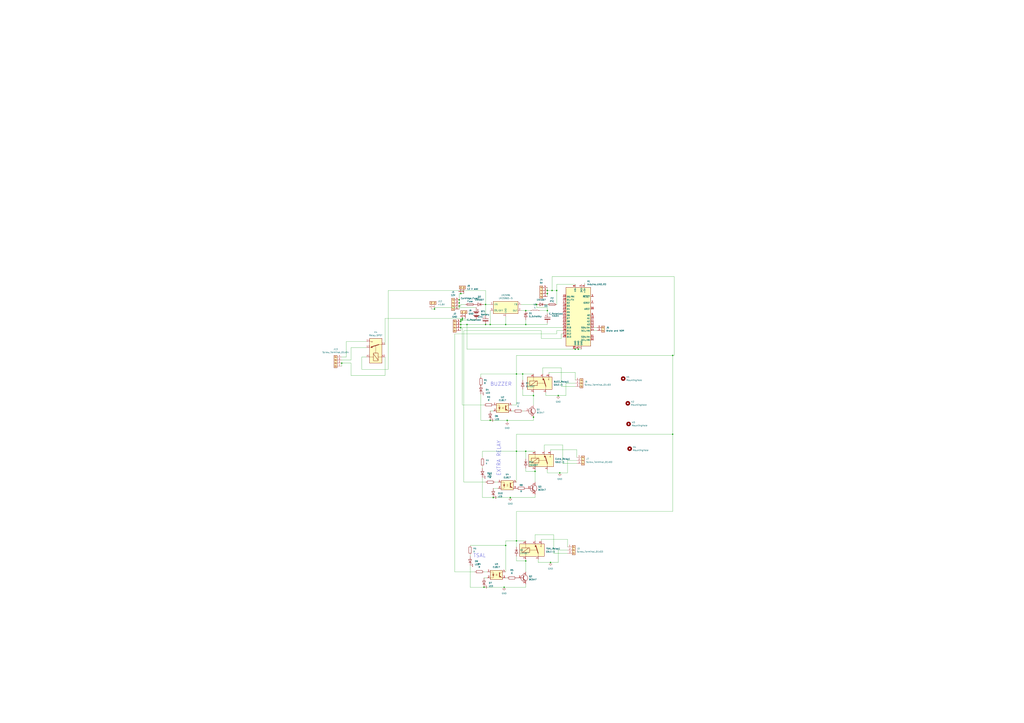
<source format=kicad_sch>
(kicad_sch (version 20230121) (generator eeschema)

  (uuid 17943717-caa2-456d-b4e8-914bd50eb7db)

  (paper "A1")

  (lib_symbols
    (symbol "Connector:Screw_Terminal_01x02" (pin_names (offset 1.016) hide) (in_bom yes) (on_board yes)
      (property "Reference" "J" (at 0 2.54 0)
        (effects (font (size 1.27 1.27)))
      )
      (property "Value" "Screw_Terminal_01x02" (at 0 -5.08 0)
        (effects (font (size 1.27 1.27)))
      )
      (property "Footprint" "" (at 0 0 0)
        (effects (font (size 1.27 1.27)) hide)
      )
      (property "Datasheet" "~" (at 0 0 0)
        (effects (font (size 1.27 1.27)) hide)
      )
      (property "ki_keywords" "screw terminal" (at 0 0 0)
        (effects (font (size 1.27 1.27)) hide)
      )
      (property "ki_description" "Generic screw terminal, single row, 01x02, script generated (kicad-library-utils/schlib/autogen/connector/)" (at 0 0 0)
        (effects (font (size 1.27 1.27)) hide)
      )
      (property "ki_fp_filters" "TerminalBlock*:*" (at 0 0 0)
        (effects (font (size 1.27 1.27)) hide)
      )
      (symbol "Screw_Terminal_01x02_1_1"
        (rectangle (start -1.27 1.27) (end 1.27 -3.81)
          (stroke (width 0.254) (type default))
          (fill (type background))
        )
        (circle (center 0 -2.54) (radius 0.635)
          (stroke (width 0.1524) (type default))
          (fill (type none))
        )
        (polyline
          (pts
            (xy -0.5334 -2.2098)
            (xy 0.3302 -3.048)
          )
          (stroke (width 0.1524) (type default))
          (fill (type none))
        )
        (polyline
          (pts
            (xy -0.5334 0.3302)
            (xy 0.3302 -0.508)
          )
          (stroke (width 0.1524) (type default))
          (fill (type none))
        )
        (polyline
          (pts
            (xy -0.3556 -2.032)
            (xy 0.508 -2.8702)
          )
          (stroke (width 0.1524) (type default))
          (fill (type none))
        )
        (polyline
          (pts
            (xy -0.3556 0.508)
            (xy 0.508 -0.3302)
          )
          (stroke (width 0.1524) (type default))
          (fill (type none))
        )
        (circle (center 0 0) (radius 0.635)
          (stroke (width 0.1524) (type default))
          (fill (type none))
        )
        (pin passive line (at -5.08 0 0) (length 3.81)
          (name "Pin_1" (effects (font (size 1.27 1.27))))
          (number "1" (effects (font (size 1.27 1.27))))
        )
        (pin passive line (at -5.08 -2.54 0) (length 3.81)
          (name "Pin_2" (effects (font (size 1.27 1.27))))
          (number "2" (effects (font (size 1.27 1.27))))
        )
      )
    )
    (symbol "Connector:Screw_Terminal_01x03" (pin_names (offset 1.016) hide) (in_bom yes) (on_board yes)
      (property "Reference" "J" (at 0 5.08 0)
        (effects (font (size 1.27 1.27)))
      )
      (property "Value" "Screw_Terminal_01x03" (at 0 -5.08 0)
        (effects (font (size 1.27 1.27)))
      )
      (property "Footprint" "" (at 0 0 0)
        (effects (font (size 1.27 1.27)) hide)
      )
      (property "Datasheet" "~" (at 0 0 0)
        (effects (font (size 1.27 1.27)) hide)
      )
      (property "ki_keywords" "screw terminal" (at 0 0 0)
        (effects (font (size 1.27 1.27)) hide)
      )
      (property "ki_description" "Generic screw terminal, single row, 01x03, script generated (kicad-library-utils/schlib/autogen/connector/)" (at 0 0 0)
        (effects (font (size 1.27 1.27)) hide)
      )
      (property "ki_fp_filters" "TerminalBlock*:*" (at 0 0 0)
        (effects (font (size 1.27 1.27)) hide)
      )
      (symbol "Screw_Terminal_01x03_1_1"
        (rectangle (start -1.27 3.81) (end 1.27 -3.81)
          (stroke (width 0.254) (type default))
          (fill (type background))
        )
        (circle (center 0 -2.54) (radius 0.635)
          (stroke (width 0.1524) (type default))
          (fill (type none))
        )
        (polyline
          (pts
            (xy -0.5334 -2.2098)
            (xy 0.3302 -3.048)
          )
          (stroke (width 0.1524) (type default))
          (fill (type none))
        )
        (polyline
          (pts
            (xy -0.5334 0.3302)
            (xy 0.3302 -0.508)
          )
          (stroke (width 0.1524) (type default))
          (fill (type none))
        )
        (polyline
          (pts
            (xy -0.5334 2.8702)
            (xy 0.3302 2.032)
          )
          (stroke (width 0.1524) (type default))
          (fill (type none))
        )
        (polyline
          (pts
            (xy -0.3556 -2.032)
            (xy 0.508 -2.8702)
          )
          (stroke (width 0.1524) (type default))
          (fill (type none))
        )
        (polyline
          (pts
            (xy -0.3556 0.508)
            (xy 0.508 -0.3302)
          )
          (stroke (width 0.1524) (type default))
          (fill (type none))
        )
        (polyline
          (pts
            (xy -0.3556 3.048)
            (xy 0.508 2.2098)
          )
          (stroke (width 0.1524) (type default))
          (fill (type none))
        )
        (circle (center 0 0) (radius 0.635)
          (stroke (width 0.1524) (type default))
          (fill (type none))
        )
        (circle (center 0 2.54) (radius 0.635)
          (stroke (width 0.1524) (type default))
          (fill (type none))
        )
        (pin passive line (at -5.08 2.54 0) (length 3.81)
          (name "Pin_1" (effects (font (size 1.27 1.27))))
          (number "1" (effects (font (size 1.27 1.27))))
        )
        (pin passive line (at -5.08 0 0) (length 3.81)
          (name "Pin_2" (effects (font (size 1.27 1.27))))
          (number "2" (effects (font (size 1.27 1.27))))
        )
        (pin passive line (at -5.08 -2.54 0) (length 3.81)
          (name "Pin_3" (effects (font (size 1.27 1.27))))
          (number "3" (effects (font (size 1.27 1.27))))
        )
      )
    )
    (symbol "Connector:Screw_Terminal_01x04" (pin_names (offset 1.016) hide) (in_bom yes) (on_board yes)
      (property "Reference" "J" (at 0 5.08 0)
        (effects (font (size 1.27 1.27)))
      )
      (property "Value" "Screw_Terminal_01x04" (at 0 -7.62 0)
        (effects (font (size 1.27 1.27)))
      )
      (property "Footprint" "" (at 0 0 0)
        (effects (font (size 1.27 1.27)) hide)
      )
      (property "Datasheet" "~" (at 0 0 0)
        (effects (font (size 1.27 1.27)) hide)
      )
      (property "ki_keywords" "screw terminal" (at 0 0 0)
        (effects (font (size 1.27 1.27)) hide)
      )
      (property "ki_description" "Generic screw terminal, single row, 01x04, script generated (kicad-library-utils/schlib/autogen/connector/)" (at 0 0 0)
        (effects (font (size 1.27 1.27)) hide)
      )
      (property "ki_fp_filters" "TerminalBlock*:*" (at 0 0 0)
        (effects (font (size 1.27 1.27)) hide)
      )
      (symbol "Screw_Terminal_01x04_1_1"
        (rectangle (start -1.27 3.81) (end 1.27 -6.35)
          (stroke (width 0.254) (type default))
          (fill (type background))
        )
        (circle (center 0 -5.08) (radius 0.635)
          (stroke (width 0.1524) (type default))
          (fill (type none))
        )
        (circle (center 0 -2.54) (radius 0.635)
          (stroke (width 0.1524) (type default))
          (fill (type none))
        )
        (polyline
          (pts
            (xy -0.5334 -4.7498)
            (xy 0.3302 -5.588)
          )
          (stroke (width 0.1524) (type default))
          (fill (type none))
        )
        (polyline
          (pts
            (xy -0.5334 -2.2098)
            (xy 0.3302 -3.048)
          )
          (stroke (width 0.1524) (type default))
          (fill (type none))
        )
        (polyline
          (pts
            (xy -0.5334 0.3302)
            (xy 0.3302 -0.508)
          )
          (stroke (width 0.1524) (type default))
          (fill (type none))
        )
        (polyline
          (pts
            (xy -0.5334 2.8702)
            (xy 0.3302 2.032)
          )
          (stroke (width 0.1524) (type default))
          (fill (type none))
        )
        (polyline
          (pts
            (xy -0.3556 -4.572)
            (xy 0.508 -5.4102)
          )
          (stroke (width 0.1524) (type default))
          (fill (type none))
        )
        (polyline
          (pts
            (xy -0.3556 -2.032)
            (xy 0.508 -2.8702)
          )
          (stroke (width 0.1524) (type default))
          (fill (type none))
        )
        (polyline
          (pts
            (xy -0.3556 0.508)
            (xy 0.508 -0.3302)
          )
          (stroke (width 0.1524) (type default))
          (fill (type none))
        )
        (polyline
          (pts
            (xy -0.3556 3.048)
            (xy 0.508 2.2098)
          )
          (stroke (width 0.1524) (type default))
          (fill (type none))
        )
        (circle (center 0 0) (radius 0.635)
          (stroke (width 0.1524) (type default))
          (fill (type none))
        )
        (circle (center 0 2.54) (radius 0.635)
          (stroke (width 0.1524) (type default))
          (fill (type none))
        )
        (pin passive line (at -5.08 2.54 0) (length 3.81)
          (name "Pin_1" (effects (font (size 1.27 1.27))))
          (number "1" (effects (font (size 1.27 1.27))))
        )
        (pin passive line (at -5.08 0 0) (length 3.81)
          (name "Pin_2" (effects (font (size 1.27 1.27))))
          (number "2" (effects (font (size 1.27 1.27))))
        )
        (pin passive line (at -5.08 -2.54 0) (length 3.81)
          (name "Pin_3" (effects (font (size 1.27 1.27))))
          (number "3" (effects (font (size 1.27 1.27))))
        )
        (pin passive line (at -5.08 -5.08 0) (length 3.81)
          (name "Pin_4" (effects (font (size 1.27 1.27))))
          (number "4" (effects (font (size 1.27 1.27))))
        )
      )
    )
    (symbol "Device:Battery" (pin_numbers hide) (pin_names (offset 0) hide) (in_bom yes) (on_board yes)
      (property "Reference" "BT" (at 2.54 2.54 0)
        (effects (font (size 1.27 1.27)) (justify left))
      )
      (property "Value" "Battery" (at 2.54 0 0)
        (effects (font (size 1.27 1.27)) (justify left))
      )
      (property "Footprint" "" (at 0 1.524 90)
        (effects (font (size 1.27 1.27)) hide)
      )
      (property "Datasheet" "~" (at 0 1.524 90)
        (effects (font (size 1.27 1.27)) hide)
      )
      (property "ki_keywords" "batt voltage-source cell" (at 0 0 0)
        (effects (font (size 1.27 1.27)) hide)
      )
      (property "ki_description" "Multiple-cell battery" (at 0 0 0)
        (effects (font (size 1.27 1.27)) hide)
      )
      (symbol "Battery_0_1"
        (rectangle (start -2.286 -1.27) (end 2.286 -1.524)
          (stroke (width 0) (type default))
          (fill (type outline))
        )
        (rectangle (start -2.286 1.778) (end 2.286 1.524)
          (stroke (width 0) (type default))
          (fill (type outline))
        )
        (rectangle (start -1.524 -2.032) (end 1.524 -2.54)
          (stroke (width 0) (type default))
          (fill (type outline))
        )
        (rectangle (start -1.524 1.016) (end 1.524 0.508)
          (stroke (width 0) (type default))
          (fill (type outline))
        )
        (polyline
          (pts
            (xy 0 -1.016)
            (xy 0 -0.762)
          )
          (stroke (width 0) (type default))
          (fill (type none))
        )
        (polyline
          (pts
            (xy 0 -0.508)
            (xy 0 -0.254)
          )
          (stroke (width 0) (type default))
          (fill (type none))
        )
        (polyline
          (pts
            (xy 0 0)
            (xy 0 0.254)
          )
          (stroke (width 0) (type default))
          (fill (type none))
        )
        (polyline
          (pts
            (xy 0 1.778)
            (xy 0 2.54)
          )
          (stroke (width 0) (type default))
          (fill (type none))
        )
        (polyline
          (pts
            (xy 0.762 3.048)
            (xy 1.778 3.048)
          )
          (stroke (width 0.254) (type default))
          (fill (type none))
        )
        (polyline
          (pts
            (xy 1.27 3.556)
            (xy 1.27 2.54)
          )
          (stroke (width 0.254) (type default))
          (fill (type none))
        )
      )
      (symbol "Battery_1_1"
        (pin passive line (at 0 5.08 270) (length 2.54)
          (name "+" (effects (font (size 1.27 1.27))))
          (number "1" (effects (font (size 1.27 1.27))))
        )
        (pin passive line (at 0 -5.08 90) (length 2.54)
          (name "-" (effects (font (size 1.27 1.27))))
          (number "2" (effects (font (size 1.27 1.27))))
        )
      )
    )
    (symbol "Device:C_Polarized" (pin_numbers hide) (pin_names (offset 0.254)) (in_bom yes) (on_board yes)
      (property "Reference" "C" (at 0.635 2.54 0)
        (effects (font (size 1.27 1.27)) (justify left))
      )
      (property "Value" "C_Polarized" (at 0.635 -2.54 0)
        (effects (font (size 1.27 1.27)) (justify left))
      )
      (property "Footprint" "" (at 0.9652 -3.81 0)
        (effects (font (size 1.27 1.27)) hide)
      )
      (property "Datasheet" "~" (at 0 0 0)
        (effects (font (size 1.27 1.27)) hide)
      )
      (property "ki_keywords" "cap capacitor" (at 0 0 0)
        (effects (font (size 1.27 1.27)) hide)
      )
      (property "ki_description" "Polarized capacitor" (at 0 0 0)
        (effects (font (size 1.27 1.27)) hide)
      )
      (property "ki_fp_filters" "CP_*" (at 0 0 0)
        (effects (font (size 1.27 1.27)) hide)
      )
      (symbol "C_Polarized_0_1"
        (rectangle (start -2.286 0.508) (end 2.286 1.016)
          (stroke (width 0) (type default))
          (fill (type none))
        )
        (polyline
          (pts
            (xy -1.778 2.286)
            (xy -0.762 2.286)
          )
          (stroke (width 0) (type default))
          (fill (type none))
        )
        (polyline
          (pts
            (xy -1.27 2.794)
            (xy -1.27 1.778)
          )
          (stroke (width 0) (type default))
          (fill (type none))
        )
        (rectangle (start 2.286 -0.508) (end -2.286 -1.016)
          (stroke (width 0) (type default))
          (fill (type outline))
        )
      )
      (symbol "C_Polarized_1_1"
        (pin passive line (at 0 3.81 270) (length 2.794)
          (name "~" (effects (font (size 1.27 1.27))))
          (number "1" (effects (font (size 1.27 1.27))))
        )
        (pin passive line (at 0 -3.81 90) (length 2.794)
          (name "~" (effects (font (size 1.27 1.27))))
          (number "2" (effects (font (size 1.27 1.27))))
        )
      )
    )
    (symbol "Device:D_Schottky" (pin_numbers hide) (pin_names (offset 1.016) hide) (in_bom yes) (on_board yes)
      (property "Reference" "D" (at 0 2.54 0)
        (effects (font (size 1.27 1.27)))
      )
      (property "Value" "D_Schottky" (at 0 -2.54 0)
        (effects (font (size 1.27 1.27)))
      )
      (property "Footprint" "" (at 0 0 0)
        (effects (font (size 1.27 1.27)) hide)
      )
      (property "Datasheet" "~" (at 0 0 0)
        (effects (font (size 1.27 1.27)) hide)
      )
      (property "ki_keywords" "diode Schottky" (at 0 0 0)
        (effects (font (size 1.27 1.27)) hide)
      )
      (property "ki_description" "Schottky diode" (at 0 0 0)
        (effects (font (size 1.27 1.27)) hide)
      )
      (property "ki_fp_filters" "TO-???* *_Diode_* *SingleDiode* D_*" (at 0 0 0)
        (effects (font (size 1.27 1.27)) hide)
      )
      (symbol "D_Schottky_0_1"
        (polyline
          (pts
            (xy 1.27 0)
            (xy -1.27 0)
          )
          (stroke (width 0) (type default))
          (fill (type none))
        )
        (polyline
          (pts
            (xy 1.27 1.27)
            (xy 1.27 -1.27)
            (xy -1.27 0)
            (xy 1.27 1.27)
          )
          (stroke (width 0.254) (type default))
          (fill (type none))
        )
        (polyline
          (pts
            (xy -1.905 0.635)
            (xy -1.905 1.27)
            (xy -1.27 1.27)
            (xy -1.27 -1.27)
            (xy -0.635 -1.27)
            (xy -0.635 -0.635)
          )
          (stroke (width 0.254) (type default))
          (fill (type none))
        )
      )
      (symbol "D_Schottky_1_1"
        (pin passive line (at -3.81 0 0) (length 2.54)
          (name "K" (effects (font (size 1.27 1.27))))
          (number "1" (effects (font (size 1.27 1.27))))
        )
        (pin passive line (at 3.81 0 180) (length 2.54)
          (name "A" (effects (font (size 1.27 1.27))))
          (number "2" (effects (font (size 1.27 1.27))))
        )
      )
    )
    (symbol "Device:Fuse" (pin_numbers hide) (pin_names (offset 0)) (in_bom yes) (on_board yes)
      (property "Reference" "F" (at 2.032 0 90)
        (effects (font (size 1.27 1.27)))
      )
      (property "Value" "Fuse" (at -1.905 0 90)
        (effects (font (size 1.27 1.27)))
      )
      (property "Footprint" "" (at -1.778 0 90)
        (effects (font (size 1.27 1.27)) hide)
      )
      (property "Datasheet" "~" (at 0 0 0)
        (effects (font (size 1.27 1.27)) hide)
      )
      (property "ki_keywords" "fuse" (at 0 0 0)
        (effects (font (size 1.27 1.27)) hide)
      )
      (property "ki_description" "Fuse" (at 0 0 0)
        (effects (font (size 1.27 1.27)) hide)
      )
      (property "ki_fp_filters" "*Fuse*" (at 0 0 0)
        (effects (font (size 1.27 1.27)) hide)
      )
      (symbol "Fuse_0_1"
        (rectangle (start -0.762 -2.54) (end 0.762 2.54)
          (stroke (width 0.254) (type default))
          (fill (type none))
        )
        (polyline
          (pts
            (xy 0 2.54)
            (xy 0 -2.54)
          )
          (stroke (width 0) (type default))
          (fill (type none))
        )
      )
      (symbol "Fuse_1_1"
        (pin passive line (at 0 3.81 270) (length 1.27)
          (name "~" (effects (font (size 1.27 1.27))))
          (number "1" (effects (font (size 1.27 1.27))))
        )
        (pin passive line (at 0 -3.81 90) (length 1.27)
          (name "~" (effects (font (size 1.27 1.27))))
          (number "2" (effects (font (size 1.27 1.27))))
        )
      )
    )
    (symbol "Device:L" (pin_numbers hide) (pin_names (offset 1.016) hide) (in_bom yes) (on_board yes)
      (property "Reference" "L" (at -1.27 0 90)
        (effects (font (size 1.27 1.27)))
      )
      (property "Value" "L" (at 1.905 0 90)
        (effects (font (size 1.27 1.27)))
      )
      (property "Footprint" "" (at 0 0 0)
        (effects (font (size 1.27 1.27)) hide)
      )
      (property "Datasheet" "~" (at 0 0 0)
        (effects (font (size 1.27 1.27)) hide)
      )
      (property "ki_keywords" "inductor choke coil reactor magnetic" (at 0 0 0)
        (effects (font (size 1.27 1.27)) hide)
      )
      (property "ki_description" "Inductor" (at 0 0 0)
        (effects (font (size 1.27 1.27)) hide)
      )
      (property "ki_fp_filters" "Choke_* *Coil* Inductor_* L_*" (at 0 0 0)
        (effects (font (size 1.27 1.27)) hide)
      )
      (symbol "L_0_1"
        (arc (start 0 -2.54) (mid 0.6323 -1.905) (end 0 -1.27)
          (stroke (width 0) (type default))
          (fill (type none))
        )
        (arc (start 0 -1.27) (mid 0.6323 -0.635) (end 0 0)
          (stroke (width 0) (type default))
          (fill (type none))
        )
        (arc (start 0 0) (mid 0.6323 0.635) (end 0 1.27)
          (stroke (width 0) (type default))
          (fill (type none))
        )
        (arc (start 0 1.27) (mid 0.6323 1.905) (end 0 2.54)
          (stroke (width 0) (type default))
          (fill (type none))
        )
      )
      (symbol "L_1_1"
        (pin passive line (at 0 3.81 270) (length 1.27)
          (name "1" (effects (font (size 1.27 1.27))))
          (number "1" (effects (font (size 1.27 1.27))))
        )
        (pin passive line (at 0 -3.81 90) (length 1.27)
          (name "2" (effects (font (size 1.27 1.27))))
          (number "2" (effects (font (size 1.27 1.27))))
        )
      )
    )
    (symbol "Device:LED" (pin_numbers hide) (pin_names (offset 1.016) hide) (in_bom yes) (on_board yes)
      (property "Reference" "D" (at 0 2.54 0)
        (effects (font (size 1.27 1.27)))
      )
      (property "Value" "LED" (at 0 -2.54 0)
        (effects (font (size 1.27 1.27)))
      )
      (property "Footprint" "" (at 0 0 0)
        (effects (font (size 1.27 1.27)) hide)
      )
      (property "Datasheet" "~" (at 0 0 0)
        (effects (font (size 1.27 1.27)) hide)
      )
      (property "ki_keywords" "LED diode" (at 0 0 0)
        (effects (font (size 1.27 1.27)) hide)
      )
      (property "ki_description" "Light emitting diode" (at 0 0 0)
        (effects (font (size 1.27 1.27)) hide)
      )
      (property "ki_fp_filters" "LED* LED_SMD:* LED_THT:*" (at 0 0 0)
        (effects (font (size 1.27 1.27)) hide)
      )
      (symbol "LED_0_1"
        (polyline
          (pts
            (xy -1.27 -1.27)
            (xy -1.27 1.27)
          )
          (stroke (width 0.254) (type default))
          (fill (type none))
        )
        (polyline
          (pts
            (xy -1.27 0)
            (xy 1.27 0)
          )
          (stroke (width 0) (type default))
          (fill (type none))
        )
        (polyline
          (pts
            (xy 1.27 -1.27)
            (xy 1.27 1.27)
            (xy -1.27 0)
            (xy 1.27 -1.27)
          )
          (stroke (width 0.254) (type default))
          (fill (type none))
        )
        (polyline
          (pts
            (xy -3.048 -0.762)
            (xy -4.572 -2.286)
            (xy -3.81 -2.286)
            (xy -4.572 -2.286)
            (xy -4.572 -1.524)
          )
          (stroke (width 0) (type default))
          (fill (type none))
        )
        (polyline
          (pts
            (xy -1.778 -0.762)
            (xy -3.302 -2.286)
            (xy -2.54 -2.286)
            (xy -3.302 -2.286)
            (xy -3.302 -1.524)
          )
          (stroke (width 0) (type default))
          (fill (type none))
        )
      )
      (symbol "LED_1_1"
        (pin passive line (at -3.81 0 0) (length 2.54)
          (name "K" (effects (font (size 1.27 1.27))))
          (number "1" (effects (font (size 1.27 1.27))))
        )
        (pin passive line (at 3.81 0 180) (length 2.54)
          (name "A" (effects (font (size 1.27 1.27))))
          (number "2" (effects (font (size 1.27 1.27))))
        )
      )
    )
    (symbol "Device:R" (pin_numbers hide) (pin_names (offset 0)) (in_bom yes) (on_board yes)
      (property "Reference" "R" (at 2.032 0 90)
        (effects (font (size 1.27 1.27)))
      )
      (property "Value" "R" (at 0 0 90)
        (effects (font (size 1.27 1.27)))
      )
      (property "Footprint" "" (at -1.778 0 90)
        (effects (font (size 1.27 1.27)) hide)
      )
      (property "Datasheet" "~" (at 0 0 0)
        (effects (font (size 1.27 1.27)) hide)
      )
      (property "ki_keywords" "R res resistor" (at 0 0 0)
        (effects (font (size 1.27 1.27)) hide)
      )
      (property "ki_description" "Resistor" (at 0 0 0)
        (effects (font (size 1.27 1.27)) hide)
      )
      (property "ki_fp_filters" "R_*" (at 0 0 0)
        (effects (font (size 1.27 1.27)) hide)
      )
      (symbol "R_0_1"
        (rectangle (start -1.016 -2.54) (end 1.016 2.54)
          (stroke (width 0.254) (type default))
          (fill (type none))
        )
      )
      (symbol "R_1_1"
        (pin passive line (at 0 3.81 270) (length 1.27)
          (name "~" (effects (font (size 1.27 1.27))))
          (number "1" (effects (font (size 1.27 1.27))))
        )
        (pin passive line (at 0 -3.81 90) (length 1.27)
          (name "~" (effects (font (size 1.27 1.27))))
          (number "2" (effects (font (size 1.27 1.27))))
        )
      )
    )
    (symbol "Diode:1N4007" (pin_numbers hide) (pin_names hide) (in_bom yes) (on_board yes)
      (property "Reference" "D" (at 0 2.54 0)
        (effects (font (size 1.27 1.27)))
      )
      (property "Value" "1N4007" (at 0 -2.54 0)
        (effects (font (size 1.27 1.27)))
      )
      (property "Footprint" "Diode_THT:D_DO-41_SOD81_P10.16mm_Horizontal" (at 0 -4.445 0)
        (effects (font (size 1.27 1.27)) hide)
      )
      (property "Datasheet" "http://www.vishay.com/docs/88503/1n4001.pdf" (at 0 0 0)
        (effects (font (size 1.27 1.27)) hide)
      )
      (property "Sim.Device" "D" (at 0 0 0)
        (effects (font (size 1.27 1.27)) hide)
      )
      (property "Sim.Pins" "1=K 2=A" (at 0 0 0)
        (effects (font (size 1.27 1.27)) hide)
      )
      (property "ki_keywords" "diode" (at 0 0 0)
        (effects (font (size 1.27 1.27)) hide)
      )
      (property "ki_description" "1000V 1A General Purpose Rectifier Diode, DO-41" (at 0 0 0)
        (effects (font (size 1.27 1.27)) hide)
      )
      (property "ki_fp_filters" "D*DO?41*" (at 0 0 0)
        (effects (font (size 1.27 1.27)) hide)
      )
      (symbol "1N4007_0_1"
        (polyline
          (pts
            (xy -1.27 1.27)
            (xy -1.27 -1.27)
          )
          (stroke (width 0.254) (type default))
          (fill (type none))
        )
        (polyline
          (pts
            (xy 1.27 0)
            (xy -1.27 0)
          )
          (stroke (width 0) (type default))
          (fill (type none))
        )
        (polyline
          (pts
            (xy 1.27 1.27)
            (xy 1.27 -1.27)
            (xy -1.27 0)
            (xy 1.27 1.27)
          )
          (stroke (width 0.254) (type default))
          (fill (type none))
        )
      )
      (symbol "1N4007_1_1"
        (pin passive line (at -3.81 0 0) (length 2.54)
          (name "K" (effects (font (size 1.27 1.27))))
          (number "1" (effects (font (size 1.27 1.27))))
        )
        (pin passive line (at 3.81 0 180) (length 2.54)
          (name "A" (effects (font (size 1.27 1.27))))
          (number "2" (effects (font (size 1.27 1.27))))
        )
      )
    )
    (symbol "Isolator:EL817" (pin_names (offset 1.016)) (in_bom yes) (on_board yes)
      (property "Reference" "U" (at -5.08 5.08 0)
        (effects (font (size 1.27 1.27)) (justify left))
      )
      (property "Value" "EL817" (at 0 5.08 0)
        (effects (font (size 1.27 1.27)) (justify left))
      )
      (property "Footprint" "Package_DIP:DIP-4_W7.62mm" (at -5.08 -5.08 0)
        (effects (font (size 1.27 1.27) italic) (justify left) hide)
      )
      (property "Datasheet" "http://www.everlight.com/file/ProductFile/EL817.pdf" (at 0 0 0)
        (effects (font (size 1.27 1.27)) (justify left) hide)
      )
      (property "ki_keywords" "NPN DC Optocoupler" (at 0 0 0)
        (effects (font (size 1.27 1.27)) hide)
      )
      (property "ki_description" "DC Optocoupler, Vce 35V, DIP-4" (at 0 0 0)
        (effects (font (size 1.27 1.27)) hide)
      )
      (property "ki_fp_filters" "DIP*W7.62mm*" (at 0 0 0)
        (effects (font (size 1.27 1.27)) hide)
      )
      (symbol "EL817_0_1"
        (rectangle (start -5.08 3.81) (end 5.08 -3.81)
          (stroke (width 0.254) (type default))
          (fill (type background))
        )
        (polyline
          (pts
            (xy -3.175 -0.635)
            (xy -1.905 -0.635)
          )
          (stroke (width 0.254) (type default))
          (fill (type none))
        )
        (polyline
          (pts
            (xy 2.54 0.635)
            (xy 4.445 2.54)
          )
          (stroke (width 0) (type default))
          (fill (type none))
        )
        (polyline
          (pts
            (xy 4.445 -2.54)
            (xy 2.54 -0.635)
          )
          (stroke (width 0) (type default))
          (fill (type outline))
        )
        (polyline
          (pts
            (xy 4.445 -2.54)
            (xy 5.08 -2.54)
          )
          (stroke (width 0) (type default))
          (fill (type none))
        )
        (polyline
          (pts
            (xy 4.445 2.54)
            (xy 5.08 2.54)
          )
          (stroke (width 0) (type default))
          (fill (type none))
        )
        (polyline
          (pts
            (xy -5.08 2.54)
            (xy -2.54 2.54)
            (xy -2.54 -0.635)
          )
          (stroke (width 0) (type default))
          (fill (type none))
        )
        (polyline
          (pts
            (xy -2.54 -0.635)
            (xy -2.54 -2.54)
            (xy -5.08 -2.54)
          )
          (stroke (width 0) (type default))
          (fill (type none))
        )
        (polyline
          (pts
            (xy 2.54 1.905)
            (xy 2.54 -1.905)
            (xy 2.54 -1.905)
          )
          (stroke (width 0.508) (type default))
          (fill (type none))
        )
        (polyline
          (pts
            (xy -2.54 -0.635)
            (xy -3.175 0.635)
            (xy -1.905 0.635)
            (xy -2.54 -0.635)
          )
          (stroke (width 0.254) (type default))
          (fill (type none))
        )
        (polyline
          (pts
            (xy -0.508 -0.508)
            (xy 0.762 -0.508)
            (xy 0.381 -0.635)
            (xy 0.381 -0.381)
            (xy 0.762 -0.508)
          )
          (stroke (width 0) (type default))
          (fill (type none))
        )
        (polyline
          (pts
            (xy -0.508 0.508)
            (xy 0.762 0.508)
            (xy 0.381 0.381)
            (xy 0.381 0.635)
            (xy 0.762 0.508)
          )
          (stroke (width 0) (type default))
          (fill (type none))
        )
        (polyline
          (pts
            (xy 3.048 -1.651)
            (xy 3.556 -1.143)
            (xy 4.064 -2.159)
            (xy 3.048 -1.651)
            (xy 3.048 -1.651)
          )
          (stroke (width 0) (type default))
          (fill (type outline))
        )
      )
      (symbol "EL817_1_1"
        (pin passive line (at -7.62 2.54 0) (length 2.54)
          (name "~" (effects (font (size 1.27 1.27))))
          (number "1" (effects (font (size 1.27 1.27))))
        )
        (pin passive line (at -7.62 -2.54 0) (length 2.54)
          (name "~" (effects (font (size 1.27 1.27))))
          (number "2" (effects (font (size 1.27 1.27))))
        )
        (pin passive line (at 7.62 -2.54 180) (length 2.54)
          (name "~" (effects (font (size 1.27 1.27))))
          (number "3" (effects (font (size 1.27 1.27))))
        )
        (pin passive line (at 7.62 2.54 180) (length 2.54)
          (name "~" (effects (font (size 1.27 1.27))))
          (number "4" (effects (font (size 1.27 1.27))))
        )
      )
    )
    (symbol "MCU_Module:Arduino_UNO_R3" (in_bom yes) (on_board yes)
      (property "Reference" "A" (at -10.16 23.495 0)
        (effects (font (size 1.27 1.27)) (justify left bottom))
      )
      (property "Value" "Arduino_UNO_R3" (at 5.08 -26.67 0)
        (effects (font (size 1.27 1.27)) (justify left top))
      )
      (property "Footprint" "Module:Arduino_UNO_R3" (at 0 0 0)
        (effects (font (size 1.27 1.27) italic) hide)
      )
      (property "Datasheet" "https://www.arduino.cc/en/Main/arduinoBoardUno" (at 0 0 0)
        (effects (font (size 1.27 1.27)) hide)
      )
      (property "ki_keywords" "Arduino UNO R3 Microcontroller Module Atmel AVR USB" (at 0 0 0)
        (effects (font (size 1.27 1.27)) hide)
      )
      (property "ki_description" "Arduino UNO Microcontroller Module, release 3" (at 0 0 0)
        (effects (font (size 1.27 1.27)) hide)
      )
      (property "ki_fp_filters" "Arduino*UNO*R3*" (at 0 0 0)
        (effects (font (size 1.27 1.27)) hide)
      )
      (symbol "Arduino_UNO_R3_0_1"
        (rectangle (start -10.16 22.86) (end 10.16 -25.4)
          (stroke (width 0.254) (type default))
          (fill (type background))
        )
      )
      (symbol "Arduino_UNO_R3_1_1"
        (pin no_connect line (at -10.16 -20.32 0) (length 2.54) hide
          (name "NC" (effects (font (size 1.27 1.27))))
          (number "1" (effects (font (size 1.27 1.27))))
        )
        (pin bidirectional line (at 12.7 -2.54 180) (length 2.54)
          (name "A1" (effects (font (size 1.27 1.27))))
          (number "10" (effects (font (size 1.27 1.27))))
        )
        (pin bidirectional line (at 12.7 -5.08 180) (length 2.54)
          (name "A2" (effects (font (size 1.27 1.27))))
          (number "11" (effects (font (size 1.27 1.27))))
        )
        (pin bidirectional line (at 12.7 -7.62 180) (length 2.54)
          (name "A3" (effects (font (size 1.27 1.27))))
          (number "12" (effects (font (size 1.27 1.27))))
        )
        (pin bidirectional line (at 12.7 -10.16 180) (length 2.54)
          (name "SDA/A4" (effects (font (size 1.27 1.27))))
          (number "13" (effects (font (size 1.27 1.27))))
        )
        (pin bidirectional line (at 12.7 -12.7 180) (length 2.54)
          (name "SCL/A5" (effects (font (size 1.27 1.27))))
          (number "14" (effects (font (size 1.27 1.27))))
        )
        (pin bidirectional line (at -12.7 15.24 0) (length 2.54)
          (name "D0/RX" (effects (font (size 1.27 1.27))))
          (number "15" (effects (font (size 1.27 1.27))))
        )
        (pin bidirectional line (at -12.7 12.7 0) (length 2.54)
          (name "D1/TX" (effects (font (size 1.27 1.27))))
          (number "16" (effects (font (size 1.27 1.27))))
        )
        (pin bidirectional line (at -12.7 10.16 0) (length 2.54)
          (name "D2" (effects (font (size 1.27 1.27))))
          (number "17" (effects (font (size 1.27 1.27))))
        )
        (pin bidirectional line (at -12.7 7.62 0) (length 2.54)
          (name "D3" (effects (font (size 1.27 1.27))))
          (number "18" (effects (font (size 1.27 1.27))))
        )
        (pin bidirectional line (at -12.7 5.08 0) (length 2.54)
          (name "D4" (effects (font (size 1.27 1.27))))
          (number "19" (effects (font (size 1.27 1.27))))
        )
        (pin output line (at 12.7 10.16 180) (length 2.54)
          (name "IOREF" (effects (font (size 1.27 1.27))))
          (number "2" (effects (font (size 1.27 1.27))))
        )
        (pin bidirectional line (at -12.7 2.54 0) (length 2.54)
          (name "D5" (effects (font (size 1.27 1.27))))
          (number "20" (effects (font (size 1.27 1.27))))
        )
        (pin bidirectional line (at -12.7 0 0) (length 2.54)
          (name "D6" (effects (font (size 1.27 1.27))))
          (number "21" (effects (font (size 1.27 1.27))))
        )
        (pin bidirectional line (at -12.7 -2.54 0) (length 2.54)
          (name "D7" (effects (font (size 1.27 1.27))))
          (number "22" (effects (font (size 1.27 1.27))))
        )
        (pin bidirectional line (at -12.7 -5.08 0) (length 2.54)
          (name "D8" (effects (font (size 1.27 1.27))))
          (number "23" (effects (font (size 1.27 1.27))))
        )
        (pin bidirectional line (at -12.7 -7.62 0) (length 2.54)
          (name "D9" (effects (font (size 1.27 1.27))))
          (number "24" (effects (font (size 1.27 1.27))))
        )
        (pin bidirectional line (at -12.7 -10.16 0) (length 2.54)
          (name "D10" (effects (font (size 1.27 1.27))))
          (number "25" (effects (font (size 1.27 1.27))))
        )
        (pin bidirectional line (at -12.7 -12.7 0) (length 2.54)
          (name "D11" (effects (font (size 1.27 1.27))))
          (number "26" (effects (font (size 1.27 1.27))))
        )
        (pin bidirectional line (at -12.7 -15.24 0) (length 2.54)
          (name "D12" (effects (font (size 1.27 1.27))))
          (number "27" (effects (font (size 1.27 1.27))))
        )
        (pin bidirectional line (at -12.7 -17.78 0) (length 2.54)
          (name "D13" (effects (font (size 1.27 1.27))))
          (number "28" (effects (font (size 1.27 1.27))))
        )
        (pin power_in line (at -2.54 -27.94 90) (length 2.54)
          (name "GND" (effects (font (size 1.27 1.27))))
          (number "29" (effects (font (size 1.27 1.27))))
        )
        (pin input line (at 12.7 15.24 180) (length 2.54)
          (name "~{RESET}" (effects (font (size 1.27 1.27))))
          (number "3" (effects (font (size 1.27 1.27))))
        )
        (pin input line (at 12.7 5.08 180) (length 2.54)
          (name "AREF" (effects (font (size 1.27 1.27))))
          (number "30" (effects (font (size 1.27 1.27))))
        )
        (pin bidirectional line (at 12.7 -17.78 180) (length 2.54)
          (name "SDA/A4" (effects (font (size 1.27 1.27))))
          (number "31" (effects (font (size 1.27 1.27))))
        )
        (pin bidirectional line (at 12.7 -20.32 180) (length 2.54)
          (name "SCL/A5" (effects (font (size 1.27 1.27))))
          (number "32" (effects (font (size 1.27 1.27))))
        )
        (pin power_out line (at 2.54 25.4 270) (length 2.54)
          (name "3V3" (effects (font (size 1.27 1.27))))
          (number "4" (effects (font (size 1.27 1.27))))
        )
        (pin power_out line (at 5.08 25.4 270) (length 2.54)
          (name "+5V" (effects (font (size 1.27 1.27))))
          (number "5" (effects (font (size 1.27 1.27))))
        )
        (pin power_in line (at 0 -27.94 90) (length 2.54)
          (name "GND" (effects (font (size 1.27 1.27))))
          (number "6" (effects (font (size 1.27 1.27))))
        )
        (pin power_in line (at 2.54 -27.94 90) (length 2.54)
          (name "GND" (effects (font (size 1.27 1.27))))
          (number "7" (effects (font (size 1.27 1.27))))
        )
        (pin power_in line (at -2.54 25.4 270) (length 2.54)
          (name "VIN" (effects (font (size 1.27 1.27))))
          (number "8" (effects (font (size 1.27 1.27))))
        )
        (pin bidirectional line (at 12.7 0 180) (length 2.54)
          (name "A0" (effects (font (size 1.27 1.27))))
          (number "9" (effects (font (size 1.27 1.27))))
        )
      )
    )
    (symbol "Mechanical:MountingHole" (pin_names (offset 1.016)) (in_bom yes) (on_board yes)
      (property "Reference" "H" (at 0 5.08 0)
        (effects (font (size 1.27 1.27)))
      )
      (property "Value" "MountingHole" (at 0 3.175 0)
        (effects (font (size 1.27 1.27)))
      )
      (property "Footprint" "" (at 0 0 0)
        (effects (font (size 1.27 1.27)) hide)
      )
      (property "Datasheet" "~" (at 0 0 0)
        (effects (font (size 1.27 1.27)) hide)
      )
      (property "ki_keywords" "mounting hole" (at 0 0 0)
        (effects (font (size 1.27 1.27)) hide)
      )
      (property "ki_description" "Mounting Hole without connection" (at 0 0 0)
        (effects (font (size 1.27 1.27)) hide)
      )
      (property "ki_fp_filters" "MountingHole*" (at 0 0 0)
        (effects (font (size 1.27 1.27)) hide)
      )
      (symbol "MountingHole_0_1"
        (circle (center 0 0) (radius 1.27)
          (stroke (width 1.27) (type default))
          (fill (type none))
        )
      )
    )
    (symbol "Regulator_Switching:LM2596S-5" (in_bom yes) (on_board yes)
      (property "Reference" "U" (at -10.16 6.35 0)
        (effects (font (size 1.27 1.27)) (justify left))
      )
      (property "Value" "LM2596S-5" (at 0 6.35 0)
        (effects (font (size 1.27 1.27)) (justify left))
      )
      (property "Footprint" "Package_TO_SOT_SMD:TO-263-5_TabPin3" (at 1.27 -6.35 0)
        (effects (font (size 1.27 1.27) italic) (justify left) hide)
      )
      (property "Datasheet" "http://www.ti.com/lit/ds/symlink/lm2596.pdf" (at 0 0 0)
        (effects (font (size 1.27 1.27)) hide)
      )
      (property "ki_keywords" "Step-Down Voltage Regulator 5V 3A" (at 0 0 0)
        (effects (font (size 1.27 1.27)) hide)
      )
      (property "ki_description" "5V 3A Step-Down Voltage Regulator, TO-263" (at 0 0 0)
        (effects (font (size 1.27 1.27)) hide)
      )
      (property "ki_fp_filters" "TO?263*" (at 0 0 0)
        (effects (font (size 1.27 1.27)) hide)
      )
      (symbol "LM2596S-5_0_1"
        (rectangle (start -10.16 5.08) (end 10.16 -5.08)
          (stroke (width 0.254) (type default))
          (fill (type background))
        )
      )
      (symbol "LM2596S-5_1_1"
        (pin power_in line (at -12.7 2.54 0) (length 2.54)
          (name "VIN" (effects (font (size 1.27 1.27))))
          (number "1" (effects (font (size 1.27 1.27))))
        )
        (pin output line (at 12.7 -2.54 180) (length 2.54)
          (name "OUT" (effects (font (size 1.27 1.27))))
          (number "2" (effects (font (size 1.27 1.27))))
        )
        (pin power_in line (at 0 -7.62 90) (length 2.54)
          (name "GND" (effects (font (size 1.27 1.27))))
          (number "3" (effects (font (size 1.27 1.27))))
        )
        (pin input line (at 12.7 2.54 180) (length 2.54)
          (name "FB" (effects (font (size 1.27 1.27))))
          (number "4" (effects (font (size 1.27 1.27))))
        )
        (pin input line (at -12.7 -2.54 0) (length 2.54)
          (name "~{ON}/OFF" (effects (font (size 1.27 1.27))))
          (number "5" (effects (font (size 1.27 1.27))))
        )
      )
    )
    (symbol "Relay:G5LE-1" (in_bom yes) (on_board yes)
      (property "Reference" "K" (at 11.43 3.81 0)
        (effects (font (size 1.27 1.27)) (justify left))
      )
      (property "Value" "G5LE-1" (at 11.43 1.27 0)
        (effects (font (size 1.27 1.27)) (justify left))
      )
      (property "Footprint" "Relay_THT:Relay_SPDT_Omron-G5LE-1" (at 11.43 -1.27 0)
        (effects (font (size 1.27 1.27)) (justify left) hide)
      )
      (property "Datasheet" "http://www.omron.com/ecb/products/pdf/en-g5le.pdf" (at 0 0 0)
        (effects (font (size 1.27 1.27)) hide)
      )
      (property "ki_keywords" "Miniature Single Pole Relay" (at 0 0 0)
        (effects (font (size 1.27 1.27)) hide)
      )
      (property "ki_description" "Omron G5LE relay, Miniature Single Pole, SPDT, 10A" (at 0 0 0)
        (effects (font (size 1.27 1.27)) hide)
      )
      (property "ki_fp_filters" "Relay*SPDT*Omron*G5LE?1*" (at 0 0 0)
        (effects (font (size 1.27 1.27)) hide)
      )
      (symbol "G5LE-1_0_0"
        (polyline
          (pts
            (xy 7.62 5.08)
            (xy 7.62 2.54)
            (xy 6.985 3.175)
            (xy 7.62 3.81)
          )
          (stroke (width 0) (type default))
          (fill (type none))
        )
      )
      (symbol "G5LE-1_0_1"
        (rectangle (start -10.16 5.08) (end 10.16 -5.08)
          (stroke (width 0.254) (type default))
          (fill (type background))
        )
        (rectangle (start -8.255 1.905) (end -1.905 -1.905)
          (stroke (width 0.254) (type default))
          (fill (type none))
        )
        (polyline
          (pts
            (xy -7.62 -1.905)
            (xy -2.54 1.905)
          )
          (stroke (width 0.254) (type default))
          (fill (type none))
        )
        (polyline
          (pts
            (xy -5.08 -5.08)
            (xy -5.08 -1.905)
          )
          (stroke (width 0) (type default))
          (fill (type none))
        )
        (polyline
          (pts
            (xy -5.08 5.08)
            (xy -5.08 1.905)
          )
          (stroke (width 0) (type default))
          (fill (type none))
        )
        (polyline
          (pts
            (xy -1.905 0)
            (xy -1.27 0)
          )
          (stroke (width 0.254) (type default))
          (fill (type none))
        )
        (polyline
          (pts
            (xy -0.635 0)
            (xy 0 0)
          )
          (stroke (width 0.254) (type default))
          (fill (type none))
        )
        (polyline
          (pts
            (xy 0.635 0)
            (xy 1.27 0)
          )
          (stroke (width 0.254) (type default))
          (fill (type none))
        )
        (polyline
          (pts
            (xy 1.905 0)
            (xy 2.54 0)
          )
          (stroke (width 0.254) (type default))
          (fill (type none))
        )
        (polyline
          (pts
            (xy 3.175 0)
            (xy 3.81 0)
          )
          (stroke (width 0.254) (type default))
          (fill (type none))
        )
        (polyline
          (pts
            (xy 5.08 -2.54)
            (xy 3.175 3.81)
          )
          (stroke (width 0.508) (type default))
          (fill (type none))
        )
        (polyline
          (pts
            (xy 5.08 -2.54)
            (xy 5.08 -5.08)
          )
          (stroke (width 0) (type default))
          (fill (type none))
        )
        (polyline
          (pts
            (xy 2.54 5.08)
            (xy 2.54 2.54)
            (xy 3.175 3.175)
            (xy 2.54 3.81)
          )
          (stroke (width 0) (type default))
          (fill (type outline))
        )
      )
      (symbol "G5LE-1_1_1"
        (pin passive line (at 5.08 -7.62 90) (length 2.54)
          (name "~" (effects (font (size 1.27 1.27))))
          (number "1" (effects (font (size 1.27 1.27))))
        )
        (pin passive line (at -5.08 -7.62 90) (length 2.54)
          (name "~" (effects (font (size 1.27 1.27))))
          (number "2" (effects (font (size 1.27 1.27))))
        )
        (pin passive line (at 7.62 7.62 270) (length 2.54)
          (name "~" (effects (font (size 1.27 1.27))))
          (number "3" (effects (font (size 1.27 1.27))))
        )
        (pin passive line (at 2.54 7.62 270) (length 2.54)
          (name "~" (effects (font (size 1.27 1.27))))
          (number "4" (effects (font (size 1.27 1.27))))
        )
        (pin passive line (at -5.08 7.62 270) (length 2.54)
          (name "~" (effects (font (size 1.27 1.27))))
          (number "5" (effects (font (size 1.27 1.27))))
        )
      )
    )
    (symbol "Relay:Relay_SPDT" (in_bom yes) (on_board yes)
      (property "Reference" "K" (at 11.43 3.81 0)
        (effects (font (size 1.27 1.27)) (justify left))
      )
      (property "Value" "Relay_SPDT" (at 11.43 1.27 0)
        (effects (font (size 1.27 1.27)) (justify left))
      )
      (property "Footprint" "" (at 11.43 -1.27 0)
        (effects (font (size 1.27 1.27)) (justify left) hide)
      )
      (property "Datasheet" "~" (at 0 0 0)
        (effects (font (size 1.27 1.27)) hide)
      )
      (property "ki_keywords" "Single Pole Relay SPDT" (at 0 0 0)
        (effects (font (size 1.27 1.27)) hide)
      )
      (property "ki_description" "Monostable Relay SPDT, EN50005" (at 0 0 0)
        (effects (font (size 1.27 1.27)) hide)
      )
      (property "ki_fp_filters" "Relay?SPDT*" (at 0 0 0)
        (effects (font (size 1.27 1.27)) hide)
      )
      (symbol "Relay_SPDT_0_0"
        (polyline
          (pts
            (xy 7.62 5.08)
            (xy 7.62 2.54)
            (xy 6.985 3.175)
            (xy 7.62 3.81)
          )
          (stroke (width 0) (type default))
          (fill (type none))
        )
      )
      (symbol "Relay_SPDT_0_1"
        (rectangle (start -10.16 5.08) (end 10.16 -5.08)
          (stroke (width 0.254) (type default))
          (fill (type background))
        )
        (rectangle (start -8.255 1.905) (end -1.905 -1.905)
          (stroke (width 0.254) (type default))
          (fill (type none))
        )
        (polyline
          (pts
            (xy -7.62 -1.905)
            (xy -2.54 1.905)
          )
          (stroke (width 0.254) (type default))
          (fill (type none))
        )
        (polyline
          (pts
            (xy -5.08 -5.08)
            (xy -5.08 -1.905)
          )
          (stroke (width 0) (type default))
          (fill (type none))
        )
        (polyline
          (pts
            (xy -5.08 5.08)
            (xy -5.08 1.905)
          )
          (stroke (width 0) (type default))
          (fill (type none))
        )
        (polyline
          (pts
            (xy -1.905 0)
            (xy -1.27 0)
          )
          (stroke (width 0.254) (type default))
          (fill (type none))
        )
        (polyline
          (pts
            (xy -0.635 0)
            (xy 0 0)
          )
          (stroke (width 0.254) (type default))
          (fill (type none))
        )
        (polyline
          (pts
            (xy 0.635 0)
            (xy 1.27 0)
          )
          (stroke (width 0.254) (type default))
          (fill (type none))
        )
        (polyline
          (pts
            (xy 1.905 0)
            (xy 2.54 0)
          )
          (stroke (width 0.254) (type default))
          (fill (type none))
        )
        (polyline
          (pts
            (xy 3.175 0)
            (xy 3.81 0)
          )
          (stroke (width 0.254) (type default))
          (fill (type none))
        )
        (polyline
          (pts
            (xy 5.08 -2.54)
            (xy 3.175 3.81)
          )
          (stroke (width 0.508) (type default))
          (fill (type none))
        )
        (polyline
          (pts
            (xy 5.08 -2.54)
            (xy 5.08 -5.08)
          )
          (stroke (width 0) (type default))
          (fill (type none))
        )
        (polyline
          (pts
            (xy 2.54 5.08)
            (xy 2.54 2.54)
            (xy 3.175 3.175)
            (xy 2.54 3.81)
          )
          (stroke (width 0) (type default))
          (fill (type outline))
        )
      )
      (symbol "Relay_SPDT_1_1"
        (pin passive line (at 5.08 -7.62 90) (length 2.54)
          (name "~" (effects (font (size 1.27 1.27))))
          (number "11" (effects (font (size 1.27 1.27))))
        )
        (pin passive line (at 2.54 7.62 270) (length 2.54)
          (name "~" (effects (font (size 1.27 1.27))))
          (number "12" (effects (font (size 1.27 1.27))))
        )
        (pin passive line (at 7.62 7.62 270) (length 2.54)
          (name "~" (effects (font (size 1.27 1.27))))
          (number "14" (effects (font (size 1.27 1.27))))
        )
        (pin passive line (at -5.08 7.62 270) (length 2.54)
          (name "~" (effects (font (size 1.27 1.27))))
          (number "A1" (effects (font (size 1.27 1.27))))
        )
        (pin passive line (at -5.08 -7.62 90) (length 2.54)
          (name "~" (effects (font (size 1.27 1.27))))
          (number "A2" (effects (font (size 1.27 1.27))))
        )
      )
    )
    (symbol "Transistor_BJT:BC547" (pin_names (offset 0) hide) (in_bom yes) (on_board yes)
      (property "Reference" "Q" (at 5.08 1.905 0)
        (effects (font (size 1.27 1.27)) (justify left))
      )
      (property "Value" "BC547" (at 5.08 0 0)
        (effects (font (size 1.27 1.27)) (justify left))
      )
      (property "Footprint" "Package_TO_SOT_THT:TO-92_Inline" (at 5.08 -1.905 0)
        (effects (font (size 1.27 1.27) italic) (justify left) hide)
      )
      (property "Datasheet" "https://www.onsemi.com/pub/Collateral/BC550-D.pdf" (at 0 0 0)
        (effects (font (size 1.27 1.27)) (justify left) hide)
      )
      (property "ki_keywords" "NPN Transistor" (at 0 0 0)
        (effects (font (size 1.27 1.27)) hide)
      )
      (property "ki_description" "0.1A Ic, 45V Vce, Small Signal NPN Transistor, TO-92" (at 0 0 0)
        (effects (font (size 1.27 1.27)) hide)
      )
      (property "ki_fp_filters" "TO?92*" (at 0 0 0)
        (effects (font (size 1.27 1.27)) hide)
      )
      (symbol "BC547_0_1"
        (polyline
          (pts
            (xy 0 0)
            (xy 0.635 0)
          )
          (stroke (width 0) (type default))
          (fill (type none))
        )
        (polyline
          (pts
            (xy 0.635 0.635)
            (xy 2.54 2.54)
          )
          (stroke (width 0) (type default))
          (fill (type none))
        )
        (polyline
          (pts
            (xy 0.635 -0.635)
            (xy 2.54 -2.54)
            (xy 2.54 -2.54)
          )
          (stroke (width 0) (type default))
          (fill (type none))
        )
        (polyline
          (pts
            (xy 0.635 1.905)
            (xy 0.635 -1.905)
            (xy 0.635 -1.905)
          )
          (stroke (width 0.508) (type default))
          (fill (type none))
        )
        (polyline
          (pts
            (xy 1.27 -1.778)
            (xy 1.778 -1.27)
            (xy 2.286 -2.286)
            (xy 1.27 -1.778)
            (xy 1.27 -1.778)
          )
          (stroke (width 0) (type default))
          (fill (type outline))
        )
        (circle (center 1.27 0) (radius 2.8194)
          (stroke (width 0.254) (type default))
          (fill (type none))
        )
      )
      (symbol "BC547_1_1"
        (pin passive line (at 2.54 5.08 270) (length 2.54)
          (name "C" (effects (font (size 1.27 1.27))))
          (number "1" (effects (font (size 1.27 1.27))))
        )
        (pin input line (at -5.08 0 0) (length 5.08)
          (name "B" (effects (font (size 1.27 1.27))))
          (number "2" (effects (font (size 1.27 1.27))))
        )
        (pin passive line (at 2.54 -5.08 90) (length 2.54)
          (name "E" (effects (font (size 1.27 1.27))))
          (number "3" (effects (font (size 1.27 1.27))))
        )
      )
    )
    (symbol "power:GND" (power) (pin_names (offset 0)) (in_bom yes) (on_board yes)
      (property "Reference" "#PWR" (at 0 -6.35 0)
        (effects (font (size 1.27 1.27)) hide)
      )
      (property "Value" "GND" (at 0 -3.81 0)
        (effects (font (size 1.27 1.27)))
      )
      (property "Footprint" "" (at 0 0 0)
        (effects (font (size 1.27 1.27)) hide)
      )
      (property "Datasheet" "" (at 0 0 0)
        (effects (font (size 1.27 1.27)) hide)
      )
      (property "ki_keywords" "global power" (at 0 0 0)
        (effects (font (size 1.27 1.27)) hide)
      )
      (property "ki_description" "Power symbol creates a global label with name \"GND\" , ground" (at 0 0 0)
        (effects (font (size 1.27 1.27)) hide)
      )
      (symbol "GND_0_1"
        (polyline
          (pts
            (xy 0 0)
            (xy 0 -1.27)
            (xy 1.27 -1.27)
            (xy 0 -2.54)
            (xy -1.27 -1.27)
            (xy 0 -1.27)
          )
          (stroke (width 0) (type default))
          (fill (type none))
        )
      )
      (symbol "GND_1_1"
        (pin power_in line (at 0 0 270) (length 0) hide
          (name "GND" (effects (font (size 1.27 1.27))))
          (number "1" (effects (font (size 1.27 1.27))))
        )
      )
    )
  )

  (junction (at 449.58 241.3) (diameter 0) (color 0 0 0 0)
    (uuid 05db29d5-cf99-415c-b54b-10887e715121)
  )
  (junction (at 458.47 325.12) (diameter 0) (color 0 0 0 0)
    (uuid 098ff42a-70a5-4626-8358-1672eec58e0d)
  )
  (junction (at 424.18 444.5) (diameter 0) (color 0 0 0 0)
    (uuid 1092f827-a268-40ec-a82a-d0d761f53f47)
  )
  (junction (at 379.73 261.62) (diameter 0) (color 0 0 0 0)
    (uuid 168aa7b7-8a54-430a-a4d3-43b12987fad9)
  )
  (junction (at 474.98 287.02) (diameter 0) (color 0 0 0 0)
    (uuid 1b0a80f1-e345-47ed-ae7d-683e5ef85f31)
  )
  (junction (at 424.18 370.84) (diameter 0) (color 0 0 0 0)
    (uuid 1cac607e-1055-47a6-8ed9-51b3eba9d23f)
  )
  (junction (at 438.15 342.9) (diameter 0) (color 0 0 0 0)
    (uuid 1dad6c6d-e4b5-4a73-8e90-0ede67f48943)
  )
  (junction (at 415.29 266.7) (diameter 0) (color 0 0 0 0)
    (uuid 28827c3d-8af4-471d-af58-0193a3fed25f)
  )
  (junction (at 452.12 462.28) (diameter 0) (color 0 0 0 0)
    (uuid 2a8e467e-b21a-4832-9f63-bf35e01e5ee8)
  )
  (junction (at 419.1 408.94) (diameter 0) (color 0 0 0 0)
    (uuid 3100b8bb-9163-46eb-995d-f30bd880014e)
  )
  (junction (at 398.78 250.19) (diameter 0) (color 0 0 0 0)
    (uuid 35b92705-8df8-4b1e-bc4f-376e38e27bcb)
  )
  (junction (at 459.74 388.62) (diameter 0) (color 0 0 0 0)
    (uuid 39d0797f-c4e8-4b1a-9c02-26fdf0794567)
  )
  (junction (at 453.39 238.76) (diameter 0) (color 0 0 0 0)
    (uuid 3f45059b-269d-41ec-ac9b-474568a9aa09)
  )
  (junction (at 397.51 482.6) (diameter 0) (color 0 0 0 0)
    (uuid 41411ca5-4c29-4ab6-9a51-2448fd976dff)
  )
  (junction (at 378.46 241.3) (diameter 0) (color 0 0 0 0)
    (uuid 4fe24b5e-f87a-4223-bc02-eae479539a75)
  )
  (junction (at 552.45 356.87) (diameter 0) (color 0 0 0 0)
    (uuid 53a7f2e1-43db-45b9-ba7e-79c96ce191d4)
  )
  (junction (at 377.19 251.46) (diameter 0) (color 0 0 0 0)
    (uuid 540b4eb5-1532-4ca5-abfc-3cd18227d6b4)
  )
  (junction (at 378.46 269.24) (diameter 0) (color 0 0 0 0)
    (uuid 5526f0b1-2781-4763-af44-deac307035f5)
  )
  (junction (at 449.58 238.76) (diameter 0) (color 0 0 0 0)
    (uuid 6673cb61-932d-451e-b9fc-3d7418438008)
  )
  (junction (at 415.29 448.31) (diameter 0) (color 0 0 0 0)
    (uuid 6ae57ecf-764c-4d17-88bc-caa067b31081)
  )
  (junction (at 472.44 287.02) (diameter 0) (color 0 0 0 0)
    (uuid 6afd813e-83f6-4fa9-8dce-f24f20f04d98)
  )
  (junction (at 440.69 250.19) (diameter 0) (color 0 0 0 0)
    (uuid 76b2f24d-2c35-44b1-9127-a8356e051380)
  )
  (junction (at 378.46 264.16) (diameter 0) (color 0 0 0 0)
    (uuid 7da3e9f7-dd3d-40f7-b800-739601df0f66)
  )
  (junction (at 429.26 307.34) (diameter 0) (color 0 0 0 0)
    (uuid 8abdd97a-9638-4450-b773-d1a21c4afa21)
  )
  (junction (at 439.42 387.35) (diameter 0) (color 0 0 0 0)
    (uuid 8ea5a36b-ffd6-4a03-b987-2bae613350f6)
  )
  (junction (at 383.54 266.7) (diameter 0) (color 0 0 0 0)
    (uuid 9059d583-dd0b-4898-b4fd-92b554f4a319)
  )
  (junction (at 378.46 266.7) (diameter 0) (color 0 0 0 0)
    (uuid 941a6eb1-1ec7-4fe6-85a0-f723a9d1493e)
  )
  (junction (at 377.19 246.38) (diameter 0) (color 0 0 0 0)
    (uuid 9e3a8eb4-397f-477b-84e9-dc042c1a2106)
  )
  (junction (at 414.02 482.6) (diameter 0) (color 0 0 0 0)
    (uuid 9f907b05-1fdf-4361-9643-2b4f58a95558)
  )
  (junction (at 402.59 266.7) (diameter 0) (color 0 0 0 0)
    (uuid a4e487b7-6b7e-4dee-af1a-6f6381677268)
  )
  (junction (at 431.8 255.27) (diameter 0) (color 0 0 0 0)
    (uuid a504879f-d1f3-4060-8837-91bfe8f56937)
  )
  (junction (at 438.15 325.12) (diameter 0) (color 0 0 0 0)
    (uuid a68645ad-6bc4-40c2-be2f-3579ec68d5ec)
  )
  (junction (at 378.46 262.89) (diameter 0) (color 0 0 0 0)
    (uuid a85932f5-ee6b-4f70-a3f3-7095b43024e3)
  )
  (junction (at 280.67 298.45) (diameter 0) (color 0 0 0 0)
    (uuid ad8f3567-4b9d-4a17-8a2a-fb091bb49386)
  )
  (junction (at 356.87 254) (diameter 0) (color 0 0 0 0)
    (uuid b8b7f38b-8239-4293-a85c-3096fda31139)
  )
  (junction (at 449.58 255.27) (diameter 0) (color 0 0 0 0)
    (uuid bb11e1a3-f60e-402a-8335-c83509bca3e4)
  )
  (junction (at 431.8 370.84) (diameter 0) (color 0 0 0 0)
    (uuid be57416a-1335-4e92-b9f3-e773435d4805)
  )
  (junction (at 405.13 408.94) (diameter 0) (color 0 0 0 0)
    (uuid c0777207-d4a4-45f2-8e9f-95b0eb061a00)
  )
  (junction (at 424.18 307.34) (diameter 0) (color 0 0 0 0)
    (uuid c2a9011d-35d9-4e5d-b083-9bebb5997db9)
  )
  (junction (at 457.2 238.76) (diameter 0) (color 0 0 0 0)
    (uuid c44e73ea-d126-4479-9717-fd87126b4b6a)
  )
  (junction (at 379.73 262.89) (diameter 0) (color 0 0 0 0)
    (uuid d3502b27-c45d-4d94-8a8e-c613ac4e348f)
  )
  (junction (at 402.59 345.44) (diameter 0) (color 0 0 0 0)
    (uuid d391801a-7bcf-4e9f-9c13-d74c0c63967a)
  )
  (junction (at 377.19 248.92) (diameter 0) (color 0 0 0 0)
    (uuid db580d0e-0c95-4652-8530-77701a5cb734)
  )
  (junction (at 431.8 266.7) (diameter 0) (color 0 0 0 0)
    (uuid e0eca355-d070-4719-b1f4-e42604b664e5)
  )
  (junction (at 431.8 461.01) (diameter 0) (color 0 0 0 0)
    (uuid ef897fb0-f64e-4398-b25f-798e4a64bf78)
  )
  (junction (at 552.45 292.1) (diameter 0) (color 0 0 0 0)
    (uuid f4047d91-d7f2-4b6c-868a-573babd122f3)
  )
  (junction (at 398.78 266.7) (diameter 0) (color 0 0 0 0)
    (uuid f7d05bde-3039-4b69-aaac-54ebe9341ddf)
  )
  (junction (at 416.56 345.44) (diameter 0) (color 0 0 0 0)
    (uuid fb8f23eb-b8f0-4d58-b2d1-2e1830306c83)
  )

  (wire (pts (xy 377.19 251.46) (xy 377.19 254))
    (stroke (width 0) (type default))
    (uuid 050f3093-ac38-4978-b86c-6b394f270540)
  )
  (wire (pts (xy 473.71 369.57) (xy 452.12 369.57))
    (stroke (width 0) (type default))
    (uuid 06bde373-f7fa-4c41-a1a3-118cb8256516)
  )
  (wire (pts (xy 424.18 370.84) (xy 396.24 370.84))
    (stroke (width 0) (type default))
    (uuid 07d716e8-e45d-4341-88d2-cc00fbd81399)
  )
  (wire (pts (xy 300.99 285.75) (xy 288.29 285.75))
    (stroke (width 0) (type default))
    (uuid 083898e7-a8e9-4826-89ab-644367d84eae)
  )
  (wire (pts (xy 429.26 337.82) (xy 430.53 337.82))
    (stroke (width 0) (type default))
    (uuid 0982153b-4e72-4c69-977f-670fa69a31e9)
  )
  (wire (pts (xy 474.98 287.02) (xy 477.52 287.02))
    (stroke (width 0) (type default))
    (uuid 0b92f748-b9f4-428f-ad27-b70c00a4ec99)
  )
  (wire (pts (xy 450.85 306.07) (xy 450.85 307.34))
    (stroke (width 0) (type default))
    (uuid 0cf30e62-1b27-49f4-8160-ae24846a9a1c)
  )
  (wire (pts (xy 441.96 462.28) (xy 441.96 459.74))
    (stroke (width 0) (type default))
    (uuid 0db97e81-b9f0-451c-a227-0bbcefe1b942)
  )
  (wire (pts (xy 449.58 255.27) (xy 449.58 252.73))
    (stroke (width 0) (type default))
    (uuid 0ecc5ee3-4631-4c05-883c-c922b305a9f1)
  )
  (wire (pts (xy 431.8 262.89) (xy 431.8 266.7))
    (stroke (width 0) (type default))
    (uuid 1016665c-547c-4686-9295-890869b3b88e)
  )
  (wire (pts (xy 394.97 345.44) (xy 402.59 345.44))
    (stroke (width 0) (type default))
    (uuid 1085035e-8cd1-490b-8afc-e4c3aa602ac4)
  )
  (wire (pts (xy 553.72 227.33) (xy 453.39 227.33))
    (stroke (width 0) (type default))
    (uuid 10a68ea6-fda9-4dfd-be23-c7cd16afaae2)
  )
  (wire (pts (xy 472.44 317.5) (xy 461.01 317.5))
    (stroke (width 0) (type default))
    (uuid 11e01aaa-5c03-4323-b337-54695086ae0b)
  )
  (wire (pts (xy 439.42 387.35) (xy 439.42 396.24))
    (stroke (width 0) (type default))
    (uuid 16198cc0-53a8-4f5c-b8bc-ccd232f5cc9f)
  )
  (wire (pts (xy 473.71 381) (xy 462.28 381))
    (stroke (width 0) (type default))
    (uuid 1668f8b2-c8a4-4940-96f3-3a8cca1031c3)
  )
  (wire (pts (xy 424.18 457.2) (xy 424.18 461.01))
    (stroke (width 0) (type default))
    (uuid 17ffcdae-3b58-4c2b-9cfc-81992e2598f3)
  )
  (wire (pts (xy 288.29 285.75) (xy 288.29 295.91))
    (stroke (width 0) (type default))
    (uuid 1c42bc54-b184-4d74-abc1-de844ca617cc)
  )
  (wire (pts (xy 297.18 293.37) (xy 300.99 293.37))
    (stroke (width 0) (type default))
    (uuid 1d395a6b-8a74-4bae-a822-b5d7e3d020ac)
  )
  (wire (pts (xy 457.2 238.76) (xy 457.2 233.68))
    (stroke (width 0) (type default))
    (uuid 1dab0503-4f32-45ee-a119-50b786502444)
  )
  (wire (pts (xy 429.26 325.12) (xy 438.15 325.12))
    (stroke (width 0) (type default))
    (uuid 1e34ea75-f033-4e59-abb8-e4169e9001f9)
  )
  (wire (pts (xy 466.09 378.46) (xy 466.09 388.62))
    (stroke (width 0) (type default))
    (uuid 1ef8aeda-564a-4cb9-bc3f-edaa401e2b1a)
  )
  (wire (pts (xy 466.09 443.23) (xy 444.5 443.23))
    (stroke (width 0) (type default))
    (uuid 20a15738-9843-4e3d-9943-a85a55fa2331)
  )
  (wire (pts (xy 449.58 238.76) (xy 449.58 241.3))
    (stroke (width 0) (type default))
    (uuid 2400f71f-b77f-4715-a525-3c8966ba07a0)
  )
  (wire (pts (xy 394.97 323.85) (xy 394.97 345.44))
    (stroke (width 0) (type default))
    (uuid 2627d4fc-aa12-4a8d-bf0d-0653927af619)
  )
  (wire (pts (xy 356.87 252.73) (xy 356.87 254))
    (stroke (width 0) (type default))
    (uuid 2853d08c-e14e-442f-a39a-2e005c813fed)
  )
  (wire (pts (xy 466.09 388.62) (xy 459.74 388.62))
    (stroke (width 0) (type default))
    (uuid 293b7e99-973c-4658-a453-ab202b144c2f)
  )
  (wire (pts (xy 461.01 274.32) (xy 462.28 274.32))
    (stroke (width 0) (type default))
    (uuid 2a2f3191-ae15-4590-9473-f888c9d8087c)
  )
  (wire (pts (xy 444.5 278.13) (xy 461.01 278.13))
    (stroke (width 0) (type default))
    (uuid 2aaf2304-ad55-450a-8375-c738c539961c)
  )
  (wire (pts (xy 443.23 255.27) (xy 449.58 255.27))
    (stroke (width 0) (type default))
    (uuid 2bbf2bbb-a46d-449e-9884-95a1c584bf10)
  )
  (wire (pts (xy 431.8 370.84) (xy 431.8 377.19))
    (stroke (width 0) (type default))
    (uuid 2d622843-a10d-497d-9e1c-4047b5ad41e7)
  )
  (wire (pts (xy 397.51 332.74) (xy 379.73 332.74))
    (stroke (width 0) (type default))
    (uuid 2e042f4b-9261-4700-aeea-f1429454c1c3)
  )
  (wire (pts (xy 373.38 469.9) (xy 373.38 274.32))
    (stroke (width 0) (type default))
    (uuid 2e748d73-e750-4477-bc90-ef20001399cc)
  )
  (wire (pts (xy 452.12 462.28) (xy 441.96 462.28))
    (stroke (width 0) (type default))
    (uuid 2e785715-8a84-44a2-bafb-1b12da0bf1dd)
  )
  (wire (pts (xy 439.42 439.42) (xy 439.42 444.5))
    (stroke (width 0) (type default))
    (uuid 33655ddc-3e20-4576-b164-ca0f403df777)
  )
  (wire (pts (xy 377.19 248.92) (xy 377.19 251.46))
    (stroke (width 0) (type default))
    (uuid 341e8d9f-06c3-4361-bb00-f2722b56828f)
  )
  (wire (pts (xy 386.08 482.6) (xy 397.51 482.6))
    (stroke (width 0) (type default))
    (uuid 342d1327-2b58-4669-8883-777989ebadaa)
  )
  (wire (pts (xy 379.73 262.89) (xy 391.16 262.89))
    (stroke (width 0) (type default))
    (uuid 34c235a6-0f87-4aa0-ae70-9501e4fd0f4e)
  )
  (wire (pts (xy 414.02 482.6) (xy 431.8 482.6))
    (stroke (width 0) (type default))
    (uuid 361e987c-ef7c-4b64-ba90-f6a9f508ac0f)
  )
  (wire (pts (xy 431.8 370.84) (xy 439.42 370.84))
    (stroke (width 0) (type default))
    (uuid 379fefde-26fd-4cbb-9ab0-804f288f6851)
  )
  (wire (pts (xy 415.29 469.9) (xy 415.29 448.31))
    (stroke (width 0) (type default))
    (uuid 37dfbb63-f55d-450a-aa49-a35cedb698c4)
  )
  (wire (pts (xy 439.42 386.08) (xy 439.42 387.35))
    (stroke (width 0) (type default))
    (uuid 38fea466-f2e0-4cbc-9edb-712b45e14b0d)
  )
  (wire (pts (xy 462.28 365.76) (xy 447.04 365.76))
    (stroke (width 0) (type default))
    (uuid 3959facb-edc7-4991-a96f-d2ccfd4c1fc1)
  )
  (wire (pts (xy 462.28 381) (xy 462.28 365.76))
    (stroke (width 0) (type default))
    (uuid 3a230d03-2350-4adc-93e7-5b0cb7f89111)
  )
  (wire (pts (xy 472.44 312.42) (xy 472.44 306.07))
    (stroke (width 0) (type default))
    (uuid 3ab4432f-d688-40a9-9ab1-9525f19735db)
  )
  (wire (pts (xy 480.06 232.41) (xy 480.06 233.68))
    (stroke (width 0) (type default))
    (uuid 3c1f94e4-3518-4d18-9cc4-d86463613cec)
  )
  (wire (pts (xy 419.1 408.94) (xy 439.42 408.94))
    (stroke (width 0) (type default))
    (uuid 3c9bdeb2-9210-43cc-981c-82abbcf1ef4e)
  )
  (wire (pts (xy 444.5 271.78) (xy 444.5 278.13))
    (stroke (width 0) (type default))
    (uuid 3e88ba2e-6e9f-402e-837a-99204fa4d932)
  )
  (wire (pts (xy 458.47 462.28) (xy 452.12 462.28))
    (stroke (width 0) (type default))
    (uuid 3fd039fd-5d66-4c47-935d-1544d47d7921)
  )
  (wire (pts (xy 394.97 309.88) (xy 394.97 307.34))
    (stroke (width 0) (type default))
    (uuid 42f4caf2-fba2-40e8-a505-fc8337882b29)
  )
  (wire (pts (xy 457.2 250.19) (xy 457.2 238.76))
    (stroke (width 0) (type default))
    (uuid 434edcee-2cdd-4886-bf75-a37318dc6208)
  )
  (wire (pts (xy 394.97 307.34) (xy 424.18 307.34))
    (stroke (width 0) (type default))
    (uuid 44654afa-70d3-4dbb-8a01-477ff65bd0f5)
  )
  (wire (pts (xy 429.26 320.04) (xy 429.26 325.12))
    (stroke (width 0) (type default))
    (uuid 457ed2f4-3381-40f9-8577-5525898c4f73)
  )
  (wire (pts (xy 280.67 298.45) (xy 288.29 298.45))
    (stroke (width 0) (type default))
    (uuid 46f04952-39ea-4c84-baf7-75c62f63848f)
  )
  (wire (pts (xy 466.09 449.58) (xy 466.09 443.23))
    (stroke (width 0) (type default))
    (uuid 49567957-059b-44e9-bd10-e8cf6196fbd1)
  )
  (wire (pts (xy 402.59 266.7) (xy 415.29 266.7))
    (stroke (width 0) (type default))
    (uuid 4957dbf9-7109-4a36-90af-7845ac35eb13)
  )
  (wire (pts (xy 378.46 266.7) (xy 383.54 266.7))
    (stroke (width 0) (type default))
    (uuid 4a2897ee-8885-4795-939d-9fd8a6c2d0cd)
  )
  (wire (pts (xy 398.78 250.19) (xy 402.59 250.19))
    (stroke (width 0) (type default))
    (uuid 4a8186fb-4465-4aa5-af5a-367d2252cb8d)
  )
  (wire (pts (xy 397.51 482.6) (xy 414.02 482.6))
    (stroke (width 0) (type default))
    (uuid 4ad1e16c-d0ac-4387-8ff5-ac43c64d969b)
  )
  (wire (pts (xy 431.8 384.81) (xy 431.8 387.35))
    (stroke (width 0) (type default))
    (uuid 4ae3f68e-c19e-44d4-b0ce-4132fe827674)
  )
  (wire (pts (xy 378.46 250.19) (xy 382.27 250.19))
    (stroke (width 0) (type default))
    (uuid 5069bd4f-7846-456d-b3ad-6add88e9d379)
  )
  (wire (pts (xy 424.18 332.74) (xy 424.18 307.34))
    (stroke (width 0) (type default))
    (uuid 5123269c-84af-4c3e-a831-6ee8e7adca50)
  )
  (wire (pts (xy 424.18 420.37) (xy 552.45 420.37))
    (stroke (width 0) (type default))
    (uuid 53c4b303-7c28-4b47-b713-f9cddcda5657)
  )
  (wire (pts (xy 438.15 342.9) (xy 438.15 345.44))
    (stroke (width 0) (type default))
    (uuid 53f2a3f2-a7be-4cbd-8474-2469d3646dfd)
  )
  (wire (pts (xy 318.77 303.53) (xy 297.18 303.53))
    (stroke (width 0) (type default))
    (uuid 54e2cee5-8260-4e77-b3c3-d9224f275b4d)
  )
  (wire (pts (xy 415.29 266.7) (xy 431.8 266.7))
    (stroke (width 0) (type default))
    (uuid 5555e6fc-ff89-4786-ba19-67928c1c9973)
  )
  (wire (pts (xy 457.2 274.32) (xy 457.2 271.78))
    (stroke (width 0) (type default))
    (uuid 55946321-508b-430f-a62f-d9a833c91c61)
  )
  (wire (pts (xy 449.58 257.81) (xy 449.58 255.27))
    (stroke (width 0) (type default))
    (uuid 56033c94-3c31-4b6b-92b4-f7fa09d403c7)
  )
  (wire (pts (xy 398.78 250.19) (xy 398.78 238.76))
    (stroke (width 0) (type default))
    (uuid 582f86bf-4395-4dfc-8290-f0874be21f55)
  )
  (wire (pts (xy 449.58 252.73) (xy 440.69 252.73))
    (stroke (width 0) (type default))
    (uuid 5a96b097-8c29-4435-b4f8-c11fe96f79b3)
  )
  (wire (pts (xy 416.56 345.44) (xy 416.56 346.71))
    (stroke (width 0) (type default))
    (uuid 5b9d2979-5c6b-419a-95ba-50c360b30a49)
  )
  (wire (pts (xy 454.66 439.42) (xy 439.42 439.42))
    (stroke (width 0) (type default))
    (uuid 5be4c054-c7cf-4001-b5df-e96d86ed85f2)
  )
  (wire (pts (xy 453.39 238.76) (xy 457.2 238.76))
    (stroke (width 0) (type default))
    (uuid 5ceddf61-b911-460a-a614-748a6aa40784)
  )
  (wire (pts (xy 284.48 280.67) (xy 284.48 293.37))
    (stroke (width 0) (type default))
    (uuid 5d3b7c78-fedb-457e-9ebf-d7941cb3ae88)
  )
  (wire (pts (xy 440.69 250.19) (xy 427.99 250.19))
    (stroke (width 0) (type default))
    (uuid 5e97afea-396a-4b7e-8843-123d89059ecc)
  )
  (wire (pts (xy 316.23 261.62) (xy 316.23 283.21))
    (stroke (width 0) (type default))
    (uuid 5f9bb766-f5d0-4334-83b6-f62b38191cf8)
  )
  (wire (pts (xy 383.54 287.02) (xy 472.44 287.02))
    (stroke (width 0) (type default))
    (uuid 6509b750-6212-4640-a730-b0ede6b4e8be)
  )
  (wire (pts (xy 552.45 292.1) (xy 424.18 292.1))
    (stroke (width 0) (type default))
    (uuid 68654aaf-0182-48aa-9550-9d1b8f56e797)
  )
  (wire (pts (xy 378.46 262.89) (xy 379.73 262.89))
    (stroke (width 0) (type default))
    (uuid 6b2dda76-5e44-45e3-a455-6efb98c3792d)
  )
  (wire (pts (xy 378.46 266.7) (xy 378.46 269.24))
    (stroke (width 0) (type default))
    (uuid 6b631088-ef6c-4742-9a8e-ae3066753efe)
  )
  (wire (pts (xy 405.13 408.94) (xy 419.1 408.94))
    (stroke (width 0) (type default))
    (uuid 6e0d7085-1cbd-4678-a62e-28afe1c30e07)
  )
  (wire (pts (xy 473.71 378.46) (xy 466.09 378.46))
    (stroke (width 0) (type default))
    (uuid 6f10a778-7dc1-4ded-a876-af649edabdbf)
  )
  (wire (pts (xy 416.56 345.44) (xy 402.59 345.44))
    (stroke (width 0) (type default))
    (uuid 710a9131-1423-4608-8738-7a67a8d0f051)
  )
  (wire (pts (xy 431.8 266.7) (xy 449.58 266.7))
    (stroke (width 0) (type default))
    (uuid 7135d4b8-a136-4b1c-bc88-b17396b7d88c)
  )
  (wire (pts (xy 408.94 396.24) (xy 406.4 396.24))
    (stroke (width 0) (type default))
    (uuid 722f3e0f-b636-42cb-91b1-6eb7e5a4f48b)
  )
  (wire (pts (xy 449.58 388.62) (xy 449.58 386.08))
    (stroke (width 0) (type default))
    (uuid 727bdd6d-a0c4-4292-9331-6dd1149013d4)
  )
  (wire (pts (xy 444.5 443.23) (xy 444.5 444.5))
    (stroke (width 0) (type default))
    (uuid 780089a6-be8d-4a12-8852-2faf9ec379b4)
  )
  (wire (pts (xy 449.58 241.3) (xy 449.58 243.84))
    (stroke (width 0) (type default))
    (uuid 78717737-d097-49e2-9903-dad55d15eea6)
  )
  (wire (pts (xy 377.19 246.38) (xy 377.19 248.92))
    (stroke (width 0) (type default))
    (uuid 79424d07-2151-46e2-908d-6215901c02f9)
  )
  (wire (pts (xy 297.18 303.53) (xy 297.18 293.37))
    (stroke (width 0) (type default))
    (uuid 7956d33e-35a5-4f29-8f97-7f735afbd995)
  )
  (wire (pts (xy 389.89 469.9) (xy 373.38 469.9))
    (stroke (width 0) (type default))
    (uuid 7a51566b-4709-48b1-9f8d-15a3066b219f)
  )
  (wire (pts (xy 449.58 250.19) (xy 448.31 250.19))
    (stroke (width 0) (type default))
    (uuid 7bde5b91-6ee1-44ae-a2d0-bf961611f777)
  )
  (wire (pts (xy 378.46 261.62) (xy 316.23 261.62))
    (stroke (width 0) (type default))
    (uuid 807547ef-3f2c-416d-8095-f176b840ff9f)
  )
  (wire (pts (xy 379.73 261.62) (xy 382.27 261.62))
    (stroke (width 0) (type default))
    (uuid 80e5e184-acb3-4ee0-a104-2c2c66663a96)
  )
  (wire (pts (xy 466.09 452.12) (xy 458.47 452.12))
    (stroke (width 0) (type default))
    (uuid 8196e753-901b-41e5-bc02-d3e68c5b23bc)
  )
  (wire (pts (xy 457.2 271.78) (xy 462.28 271.78))
    (stroke (width 0) (type default))
    (uuid 82553a23-71dd-4a94-87a0-3ae2fb9d3c5d)
  )
  (wire (pts (xy 487.68 271.78) (xy 490.22 271.78))
    (stroke (width 0) (type default))
    (uuid 844f73e5-e777-4692-9a52-9892e069b0c0)
  )
  (wire (pts (xy 415.29 260.35) (xy 415.29 266.7))
    (stroke (width 0) (type default))
    (uuid 854b97c6-f5a2-4062-93ad-464423d00cc5)
  )
  (wire (pts (xy 398.78 396.24) (xy 381 396.24))
    (stroke (width 0) (type default))
    (uuid 85e3a405-b30d-4ea2-8dae-f1c9e1f8314f)
  )
  (wire (pts (xy 438.15 322.58) (xy 438.15 325.12))
    (stroke (width 0) (type default))
    (uuid 86115282-ccac-413d-9109-a83346ce8ea1)
  )
  (wire (pts (xy 466.09 454.66) (xy 454.66 454.66))
    (stroke (width 0) (type default))
    (uuid 879866ce-9143-4b9b-9992-4877af082b1d)
  )
  (wire (pts (xy 431.8 482.6) (xy 431.8 480.06))
    (stroke (width 0) (type default))
    (uuid 880d9ae9-4ceb-4f0a-86f9-5b666933fe20)
  )
  (wire (pts (xy 386.08 455.93) (xy 386.08 457.2))
    (stroke (width 0) (type default))
    (uuid 8854c82b-d6f3-4c7e-bd84-bf504bf7c222)
  )
  (wire (pts (xy 424.18 356.87) (xy 424.18 370.84))
    (stroke (width 0) (type default))
    (uuid 8863aa65-8ec6-4c93-8b2f-99a8f7af4260)
  )
  (wire (pts (xy 354.33 254) (xy 356.87 254))
    (stroke (width 0) (type default))
    (uuid 88dfa057-668c-413b-a252-1b532a9b73fa)
  )
  (wire (pts (xy 424.18 444.5) (xy 431.8 444.5))
    (stroke (width 0) (type default))
    (uuid 8a29028b-82c6-46f3-bfe1-4a2d4fbae07b)
  )
  (wire (pts (xy 449.58 266.7) (xy 449.58 265.43))
    (stroke (width 0) (type default))
    (uuid 8a85c942-9483-467e-833e-c2a78bb68f36)
  )
  (wire (pts (xy 402.59 337.82) (xy 405.13 337.82))
    (stroke (width 0) (type default))
    (uuid 8cb40441-4247-4838-8387-e236604af714)
  )
  (wire (pts (xy 553.72 292.1) (xy 552.45 292.1))
    (stroke (width 0) (type default))
    (uuid 8e252cb4-dfd4-4cc4-a554-0350062a2e7f)
  )
  (wire (pts (xy 398.78 266.7) (xy 402.59 266.7))
    (stroke (width 0) (type default))
    (uuid 8e3e8dce-f7d9-4235-b7e8-1b2ed2cfceed)
  )
  (wire (pts (xy 373.38 274.32) (xy 457.2 274.32))
    (stroke (width 0) (type default))
    (uuid 9084ded6-23f8-41f6-8427-4f5119b99859)
  )
  (wire (pts (xy 400.05 469.9) (xy 397.51 469.9))
    (stroke (width 0) (type default))
    (uuid 919d6ba3-7d26-4933-87b1-360535bcef2b)
  )
  (wire (pts (xy 378.46 269.24) (xy 378.46 271.78))
    (stroke (width 0) (type default))
    (uuid 9433ebcb-6a71-40e3-8ff8-63081ad48eb1)
  )
  (wire (pts (xy 445.77 302.26) (xy 445.77 307.34))
    (stroke (width 0) (type default))
    (uuid 964356b9-bd22-4773-a5b7-faae6f565213)
  )
  (wire (pts (xy 431.8 387.35) (xy 439.42 387.35))
    (stroke (width 0) (type default))
    (uuid 992b9b53-9236-46d3-8a35-a76511ed7937)
  )
  (wire (pts (xy 472.44 306.07) (xy 450.85 306.07))
    (stroke (width 0) (type default))
    (uuid 99a16d3c-7371-47c3-a47a-7dec14f6e331)
  )
  (wire (pts (xy 379.73 262.89) (xy 379.73 261.62))
    (stroke (width 0) (type default))
    (uuid 9d547410-0f96-4940-bcc4-0d9a5329bae2)
  )
  (wire (pts (xy 473.71 375.92) (xy 473.71 369.57))
    (stroke (width 0) (type default))
    (uuid 9d8370ef-0820-4139-a678-89f9508d34ee)
  )
  (wire (pts (xy 459.74 388.62) (xy 449.58 388.62))
    (stroke (width 0) (type default))
    (uuid 9ebee1fe-3a65-4787-b488-ed474ce4f51a)
  )
  (wire (pts (xy 381 396.24) (xy 381 271.78))
    (stroke (width 0) (type default))
    (uuid 9f0efba0-5986-460a-81e7-6029bc5076bd)
  )
  (wire (pts (xy 424.18 420.37) (xy 424.18 444.5))
    (stroke (width 0) (type default))
    (uuid 9f4e18d1-59c8-4d08-969e-0cb76d411032)
  )
  (wire (pts (xy 288.29 298.45) (xy 288.29 308.61))
    (stroke (width 0) (type default))
    (uuid a3b9c81f-bacc-45ad-93b2-38db9a48ca37)
  )
  (wire (pts (xy 424.18 307.34) (xy 429.26 307.34))
    (stroke (width 0) (type default))
    (uuid a55f1142-d02b-4ba9-a585-7069707b4042)
  )
  (wire (pts (xy 461.01 278.13) (xy 461.01 274.32))
    (stroke (width 0) (type default))
    (uuid a5baaf99-cf91-409e-b036-6d0856fca289)
  )
  (wire (pts (xy 379.73 332.74) (xy 379.73 269.24))
    (stroke (width 0) (type default))
    (uuid a6feda0d-e7dc-4af1-a473-7e8e5ae9adad)
  )
  (wire (pts (xy 464.82 314.96) (xy 464.82 325.12))
    (stroke (width 0) (type default))
    (uuid a790b301-418e-489c-b3a8-9f6501e3b769)
  )
  (wire (pts (xy 288.29 295.91) (xy 280.67 295.91))
    (stroke (width 0) (type default))
    (uuid a7bec10f-db83-4322-a520-015b0cb652a9)
  )
  (wire (pts (xy 284.48 280.67) (xy 300.99 280.67))
    (stroke (width 0) (type default))
    (uuid a84e5e2d-cf5a-43cd-943a-50482d39aa74)
  )
  (wire (pts (xy 381 271.78) (xy 444.5 271.78))
    (stroke (width 0) (type default))
    (uuid a8d0c40e-2d86-4c55-8d1e-8a051c99abdb)
  )
  (wire (pts (xy 457.2 233.68) (xy 472.44 233.68))
    (stroke (width 0) (type default))
    (uuid abde9543-7f31-4be3-9b73-d8d0c70557ca)
  )
  (wire (pts (xy 356.87 252.73) (xy 391.16 252.73))
    (stroke (width 0) (type default))
    (uuid adc08a49-fb94-4290-9630-1be462f4efca)
  )
  (wire (pts (xy 378.46 250.19) (xy 378.46 251.46))
    (stroke (width 0) (type default))
    (uuid ade3daf1-e3fa-476a-9766-303e5ef325fe)
  )
  (wire (pts (xy 454.66 454.66) (xy 454.66 439.42))
    (stroke (width 0) (type default))
    (uuid ae0fb567-3227-474f-a28a-416b67e03688)
  )
  (wire (pts (xy 448.31 325.12) (xy 448.31 322.58))
    (stroke (width 0) (type default))
    (uuid b28aabd3-2cbf-44b7-916e-9b5626d955da)
  )
  (wire (pts (xy 440.69 250.19) (xy 440.69 252.73))
    (stroke (width 0) (type default))
    (uuid b3582322-b612-4779-93cb-fd7d2a4aba20)
  )
  (wire (pts (xy 396.24 408.94) (xy 405.13 408.94))
    (stroke (width 0) (type default))
    (uuid b36b472b-c488-4910-91e3-c505b9d3f484)
  )
  (wire (pts (xy 431.8 461.01) (xy 431.8 469.9))
    (stroke (width 0) (type default))
    (uuid b415ef6d-fa1f-422c-8f17-48f931bcb1dc)
  )
  (wire (pts (xy 552.45 356.87) (xy 552.45 292.1))
    (stroke (width 0) (type default))
    (uuid b57811da-19e5-4fb4-9d4a-93c223513df8)
  )
  (wire (pts (xy 424.18 444.5) (xy 424.18 449.58))
    (stroke (width 0) (type default))
    (uuid b8e459e8-1d27-4a3c-8688-cd76dbac1577)
  )
  (wire (pts (xy 377.19 241.3) (xy 378.46 241.3))
    (stroke (width 0) (type default))
    (uuid ba2a98a1-4a52-4411-b64c-6d92195c5036)
  )
  (wire (pts (xy 431.8 255.27) (xy 435.61 255.27))
    (stroke (width 0) (type default))
    (uuid baa789c1-68be-4478-a775-8f4e78732295)
  )
  (wire (pts (xy 378.46 264.16) (xy 378.46 266.7))
    (stroke (width 0) (type default))
    (uuid bc7c5d9d-8840-4499-ab96-18a946433c0c)
  )
  (wire (pts (xy 415.29 444.5) (xy 424.18 444.5))
    (stroke (width 0) (type default))
    (uuid bc7cc1d3-fc0a-41bf-82d3-012f883fe90c)
  )
  (wire (pts (xy 402.59 255.27) (xy 402.59 266.7))
    (stroke (width 0) (type default))
    (uuid bd19b200-c9bf-4599-9902-7bcf000c3f24)
  )
  (wire (pts (xy 439.42 408.94) (xy 439.42 406.4))
    (stroke (width 0) (type default))
    (uuid be64368f-f30b-44fc-8ec6-6bf046239270)
  )
  (wire (pts (xy 394.97 317.5) (xy 394.97 316.23))
    (stroke (width 0) (type default))
    (uuid bf0a0f64-bfa3-45c5-98ca-3a9f1ee64e41)
  )
  (wire (pts (xy 452.12 369.57) (xy 452.12 370.84))
    (stroke (width 0) (type default))
    (uuid bf430e93-ad28-4bfa-b54a-a2df05b4908e)
  )
  (wire (pts (xy 449.58 238.76) (xy 453.39 238.76))
    (stroke (width 0) (type default))
    (uuid c16e0a8e-9367-41a8-b58d-d63346e2916b)
  )
  (wire (pts (xy 431.8 459.74) (xy 431.8 461.01))
    (stroke (width 0) (type default))
    (uuid c3180be8-2b4d-4b9b-ad19-90246f87f3a2)
  )
  (wire (pts (xy 420.37 337.82) (xy 421.64 337.82))
    (stroke (width 0) (type default))
    (uuid c363f528-2b47-489c-954e-aca473729c4f)
  )
  (wire (pts (xy 464.82 325.12) (xy 458.47 325.12))
    (stroke (width 0) (type default))
    (uuid c7fc32ba-0364-4091-b3c8-7ebaada0b6f6)
  )
  (wire (pts (xy 472.44 314.96) (xy 464.82 314.96))
    (stroke (width 0) (type default))
    (uuid c9737ffc-e8bb-4634-af89-02b5bc8c7e3c)
  )
  (wire (pts (xy 379.73 269.24) (xy 462.28 269.24))
    (stroke (width 0) (type default))
    (uuid c9e579a8-a302-4dbf-81d6-6f60fcb8b5f4)
  )
  (wire (pts (xy 377.19 246.38) (xy 377.19 241.3))
    (stroke (width 0) (type default))
    (uuid ca2c8cc5-66bf-418c-87e7-8b5a489c4c5d)
  )
  (wire (pts (xy 397.51 474.98) (xy 400.05 474.98))
    (stroke (width 0) (type default))
    (uuid ca99c48b-f139-470b-9ff2-aa5f9a8279ab)
  )
  (wire (pts (xy 288.29 308.61) (xy 316.23 308.61))
    (stroke (width 0) (type default))
    (uuid cbf19bc8-d557-473d-9a89-5797a21bde8a)
  )
  (wire (pts (xy 405.13 401.32) (xy 408.94 401.32))
    (stroke (width 0) (type default))
    (uuid cd2c2a64-8db4-4bb5-ae67-21130520971a)
  )
  (wire (pts (xy 438.15 341.63) (xy 438.15 342.9))
    (stroke (width 0) (type default))
    (uuid cd600b90-03a3-4520-aaa6-b7f564b0658c)
  )
  (wire (pts (xy 386.08 464.82) (xy 386.08 482.6))
    (stroke (width 0) (type default))
    (uuid cd8c5f4f-bdea-47aa-9d06-0598a0d62dd8)
  )
  (wire (pts (xy 424.18 396.24) (xy 424.18 370.84))
    (stroke (width 0) (type default))
    (uuid ce7d6618-13ab-43b3-b1a6-7ee569e25e7c)
  )
  (wire (pts (xy 396.24 370.84) (xy 396.24 375.92))
    (stroke (width 0) (type default))
    (uuid cf3bd78d-3fba-492c-b8af-70f0a2898747)
  )
  (wire (pts (xy 383.54 287.02) (xy 383.54 266.7))
    (stroke (width 0) (type default))
    (uuid cf9c6aba-d696-48de-ba4d-da2852816f5a)
  )
  (wire (pts (xy 429.26 307.34) (xy 429.26 312.42))
    (stroke (width 0) (type default))
    (uuid d1cb95be-13ea-4cea-9223-9993b5778bef)
  )
  (wire (pts (xy 424.18 292.1) (xy 424.18 307.34))
    (stroke (width 0) (type default))
    (uuid d2058d95-9e19-4628-b6f5-7785f5321a7e)
  )
  (wire (pts (xy 424.18 370.84) (xy 431.8 370.84))
    (stroke (width 0) (type default))
    (uuid d248e291-b0b4-4420-ad65-5db28955f924)
  )
  (wire (pts (xy 284.48 293.37) (xy 280.67 293.37))
    (stroke (width 0) (type default))
    (uuid d277354f-3c6d-4bcc-b381-8c183987ef48)
  )
  (wire (pts (xy 453.39 227.33) (xy 453.39 238.76))
    (stroke (width 0) (type default))
    (uuid d48f200a-95ef-4a0f-80f0-f1bc38bae8c3)
  )
  (wire (pts (xy 458.47 452.12) (xy 458.47 462.28))
    (stroke (width 0) (type default))
    (uuid d4c923d0-5a44-4fa2-9443-32a5928168ef)
  )
  (wire (pts (xy 552.45 420.37) (xy 552.45 356.87))
    (stroke (width 0) (type default))
    (uuid d6653e8c-da37-4221-9067-5f5a92b86b0d)
  )
  (wire (pts (xy 429.26 307.34) (xy 438.15 307.34))
    (stroke (width 0) (type default))
    (uuid d83ae718-c24e-49f8-a399-ac293630b82c)
  )
  (wire (pts (xy 472.44 287.02) (xy 474.98 287.02))
    (stroke (width 0) (type default))
    (uuid d9b07778-7ae8-439f-91c9-76b76011cdca)
  )
  (wire (pts (xy 420.37 332.74) (xy 424.18 332.74))
    (stroke (width 0) (type default))
    (uuid dad01fb8-ff92-40b9-99b2-098a8e485e8e)
  )
  (wire (pts (xy 316.23 293.37) (xy 316.23 308.61))
    (stroke (width 0) (type default))
    (uuid ddac625c-731f-4f30-9da9-968efdcf8b22)
  )
  (wire (pts (xy 424.18 356.87) (xy 552.45 356.87))
    (stroke (width 0) (type default))
    (uuid de2e8937-c307-4e10-993e-fdc9321d1ac1)
  )
  (wire (pts (xy 396.24 392.43) (xy 396.24 408.94))
    (stroke (width 0) (type default))
    (uuid de8a6c72-7e71-4d33-89bf-31c44700fc54)
  )
  (wire (pts (xy 424.18 461.01) (xy 431.8 461.01))
    (stroke (width 0) (type default))
    (uuid ded08a98-70f4-4eea-8702-ceded733c9ea)
  )
  (wire (pts (xy 461.01 302.26) (xy 445.77 302.26))
    (stroke (width 0) (type default))
    (uuid df3ae059-f8cc-44cc-88e7-cef1d75de71d)
  )
  (wire (pts (xy 318.77 238.76) (xy 318.77 303.53))
    (stroke (width 0) (type default))
    (uuid e4f78529-d1fc-4fe4-a4e0-6521458d394e)
  )
  (wire (pts (xy 415.29 448.31) (xy 415.29 444.5))
    (stroke (width 0) (type default))
    (uuid e669bf9b-33ce-4a13-bbfd-ed2825f50d43)
  )
  (wire (pts (xy 438.15 325.12) (xy 438.15 332.74))
    (stroke (width 0) (type default))
    (uuid e6cc89fe-89ad-4715-b990-3d651ca03041)
  )
  (wire (pts (xy 396.24 383.54) (xy 396.24 384.81))
    (stroke (width 0) (type default))
    (uuid e83c8dae-1222-45d6-8998-d06b96afe14c)
  )
  (wire (pts (xy 449.58 236.22) (xy 449.58 238.76))
    (stroke (width 0) (type default))
    (uuid e9638dfd-cede-4064-be09-250d9e8e45af)
  )
  (wire (pts (xy 378.46 261.62) (xy 378.46 262.89))
    (stroke (width 0) (type default))
    (uuid e9d069fe-200d-4968-8371-2b34ac13db07)
  )
  (wire (pts (xy 458.47 325.12) (xy 448.31 325.12))
    (stroke (width 0) (type default))
    (uuid eafdd205-d861-4fcd-b6be-fba47ad3e064)
  )
  (wire (pts (xy 397.51 250.19) (xy 398.78 250.19))
    (stroke (width 0) (type default))
    (uuid ebcc364b-5963-41a2-ac79-80cf9fff8e2d)
  )
  (wire (pts (xy 377.19 251.46) (xy 378.46 251.46))
    (stroke (width 0) (type default))
    (uuid ec41fa85-abbe-4789-ac37-3a909e912a0f)
  )
  (wire (pts (xy 378.46 262.89) (xy 378.46 264.16))
    (stroke (width 0) (type default))
    (uuid ecc37eab-10ab-411e-826a-00a90cc55a82)
  )
  (wire (pts (xy 378.46 241.3) (xy 381 241.3))
    (stroke (width 0) (type default))
    (uuid edab0ebe-cee2-4eb3-8f00-9a606a1ae9e7)
  )
  (wire (pts (xy 386.08 448.31) (xy 415.29 448.31))
    (stroke (width 0) (type default))
    (uuid ee1d0e93-ec56-404c-aae0-a5d6edefd508)
  )
  (wire (pts (xy 398.78 250.19) (xy 398.78 259.08))
    (stroke (width 0) (type default))
    (uuid f1079dd0-56bc-4ca2-bb77-ff4310f6d6cc)
  )
  (wire (pts (xy 461.01 317.5) (xy 461.01 302.26))
    (stroke (width 0) (type default))
    (uuid f2e1cb17-6dc2-46cd-91ed-fc9eaec49c41)
  )
  (wire (pts (xy 438.15 345.44) (xy 416.56 345.44))
    (stroke (width 0) (type default))
    (uuid f72e97fe-8771-4664-a866-346f8acc0e3f)
  )
  (wire (pts (xy 553.72 227.33) (xy 553.72 292.1))
    (stroke (width 0) (type default))
    (uuid f7d85d82-a946-4390-aec9-5c587c5d1479)
  )
  (wire (pts (xy 398.78 238.76) (xy 318.77 238.76))
    (stroke (width 0) (type default))
    (uuid f9c62499-f87a-472f-b755-148891a0dbfa)
  )
  (wire (pts (xy 415.29 474.98) (xy 416.56 474.98))
    (stroke (width 0) (type default))
    (uuid fa2fbd69-4155-4d6e-9700-cf0fcb740e46)
  )
  (wire (pts (xy 487.68 269.24) (xy 490.22 269.24))
    (stroke (width 0) (type default))
    (uuid fa8ee828-1157-4991-afb5-b6b8aae7e3e1)
  )
  (wire (pts (xy 447.04 365.76) (xy 447.04 370.84))
    (stroke (width 0) (type default))
    (uuid fc9dc7f8-29bc-40d1-985d-b5c58d4a013a)
  )
  (wire (pts (xy 383.54 266.7) (xy 398.78 266.7))
    (stroke (width 0) (type default))
    (uuid fe48dbac-0f82-428f-b54c-9f9bbe394c5c)
  )
  (wire (pts (xy 280.67 298.45) (xy 280.67 300.99))
    (stroke (width 0) (type default))
    (uuid fe85805f-665e-4a01-9ca8-d1bedae4add3)
  )
  (wire (pts (xy 427.99 255.27) (xy 431.8 255.27))
    (stroke (width 0) (type default))
    (uuid fea5c6b1-c3dc-41e2-b32d-8a4e22a04fc0)
  )

  (text "BUZZER\n" (at 402.59 317.5 0)
    (effects (font (face "KiCad Font") (size 3 3)) (justify left bottom))
    (uuid 4ea83a15-48ab-4e30-b5e3-ffd203d029ad)
  )
  (text "TSAL\n" (at 388.62 458.47 0)
    (effects (font (face "KiCad Font") (size 3 3)) (justify left bottom))
    (uuid 5e1c0582-44b2-4465-9aa1-d5cd72bba0fc)
  )
  (text "EXTRA RELAY\n" (at 411.48 391.16 90)
    (effects (font (face "KiCad Font") (size 3 3)) (justify left bottom))
    (uuid e6b428c3-11d3-4abf-927f-dac2d7caddf9)
  )

  (symbol (lib_id "Connector:Screw_Terminal_01x04") (at 372.11 251.46 180) (unit 1)
    (in_bom yes) (on_board yes) (dnp no) (fields_autoplaced)
    (uuid 021bd886-ec34-47d3-9cdd-fcc84dbe403c)
    (property "Reference" "J1" (at 372.11 240.03 0)
      (effects (font (size 1.27 1.27)))
    )
    (property "Value" "12V" (at 372.11 242.57 0)
      (effects (font (size 1.27 1.27)))
    )
    (property "Footprint" "TerminalBlock:TerminalBlock_bornier-4_P5.08mm" (at 372.11 251.46 0)
      (effects (font (size 1.27 1.27)) hide)
    )
    (property "Datasheet" "~" (at 372.11 251.46 0)
      (effects (font (size 1.27 1.27)) hide)
    )
    (pin "1" (uuid 398508ae-ea1f-459d-a70f-3cc150855784))
    (pin "2" (uuid 6a4ffa17-8388-42d7-a48d-bf7c79a7b33c))
    (pin "3" (uuid 210b9c26-4346-4767-a856-d742b35e679c))
    (pin "4" (uuid d785f591-aae1-48c5-91b7-5e83fd0ec7bc))
    (instances
      (project "pcb forza"
        (path "/17943717-caa2-456d-b4e8-914bd50eb7db"
          (reference "J1") (unit 1)
        )
      )
    )
  )

  (symbol (lib_id "power:GND") (at 458.47 325.12 0) (unit 1)
    (in_bom yes) (on_board yes) (dnp no) (fields_autoplaced)
    (uuid 04a1e159-598f-4bb7-9072-fb0197f070a0)
    (property "Reference" "#PWR01" (at 458.47 331.47 0)
      (effects (font (size 1.27 1.27)) hide)
    )
    (property "Value" "GND" (at 458.47 330.2 0)
      (effects (font (size 1.27 1.27)))
    )
    (property "Footprint" "" (at 458.47 325.12 0)
      (effects (font (size 1.27 1.27)) hide)
    )
    (property "Datasheet" "" (at 458.47 325.12 0)
      (effects (font (size 1.27 1.27)) hide)
    )
    (pin "1" (uuid 13f92fd3-f902-4838-8b1c-a76e9e938666))
    (instances
      (project "pcb forza"
        (path "/17943717-caa2-456d-b4e8-914bd50eb7db"
          (reference "#PWR01") (unit 1)
        )
      )
    )
  )

  (symbol (lib_id "Connector:Screw_Terminal_01x03") (at 478.79 378.46 0) (unit 1)
    (in_bom yes) (on_board yes) (dnp no) (fields_autoplaced)
    (uuid 095cc0eb-d7b2-46a4-8baf-fa083af543c2)
    (property "Reference" "J7" (at 481.33 377.19 0)
      (effects (font (size 1.27 1.27)) (justify left))
    )
    (property "Value" "Screw_Terminal_01x03" (at 481.33 379.73 0)
      (effects (font (size 1.27 1.27)) (justify left))
    )
    (property "Footprint" "TerminalBlock:TerminalBlock_bornier-3_P5.08mm" (at 478.79 378.46 0)
      (effects (font (size 1.27 1.27)) hide)
    )
    (property "Datasheet" "~" (at 478.79 378.46 0)
      (effects (font (size 1.27 1.27)) hide)
    )
    (pin "1" (uuid 913c634b-185b-49a5-b13b-d8bd5bc97d0b))
    (pin "2" (uuid 370b9ad3-cccb-428c-85ea-3d746eec4ee9))
    (pin "3" (uuid fcf965bb-48f9-4484-a9e0-b543ef30312f))
    (instances
      (project "pcb forza"
        (path "/17943717-caa2-456d-b4e8-914bd50eb7db"
          (reference "J7") (unit 1)
        )
      )
    )
  )

  (symbol (lib_id "Device:LED") (at 386.08 461.01 90) (unit 1)
    (in_bom yes) (on_board yes) (dnp no) (fields_autoplaced)
    (uuid 0fb874a8-bff3-44cb-a12e-cd1ffa516887)
    (property "Reference" "D9" (at 389.89 461.3275 90)
      (effects (font (size 1.27 1.27)) (justify right))
    )
    (property "Value" "LED" (at 389.89 463.8675 90)
      (effects (font (size 1.27 1.27)) (justify right))
    )
    (property "Footprint" "LED_SMD:LED_0402_1005Metric" (at 386.08 461.01 0)
      (effects (font (size 1.27 1.27)) hide)
    )
    (property "Datasheet" "~" (at 386.08 461.01 0)
      (effects (font (size 1.27 1.27)) hide)
    )
    (pin "1" (uuid 5f0f823e-5d0c-418c-8c6b-4be19c7d2033))
    (pin "2" (uuid dfa5a88e-5c50-40f0-8897-875e2432dfba))
    (instances
      (project "pcb forza"
        (path "/17943717-caa2-456d-b4e8-914bd50eb7db"
          (reference "D9") (unit 1)
        )
      )
    )
  )

  (symbol (lib_id "Connector:Screw_Terminal_01x02") (at 354.33 248.92 90) (unit 1)
    (in_bom yes) (on_board yes) (dnp no) (fields_autoplaced)
    (uuid 1b711a8d-5c4c-4e2f-ac0f-904df74a4c1c)
    (property "Reference" "J12" (at 359.41 247.65 90)
      (effects (font (size 1.27 1.27)) (justify right))
    )
    (property "Value" "+1.6V" (at 359.41 250.19 90)
      (effects (font (size 1.27 1.27)) (justify right))
    )
    (property "Footprint" "TerminalBlock:TerminalBlock_bornier-2_P5.08mm" (at 354.33 248.92 0)
      (effects (font (size 1.27 1.27)) hide)
    )
    (property "Datasheet" "~" (at 354.33 248.92 0)
      (effects (font (size 1.27 1.27)) hide)
    )
    (pin "1" (uuid 683172c7-69c0-4e68-9417-1b182521590d))
    (pin "2" (uuid 085f1905-b7dd-4302-bd0d-7e034f38a060))
    (instances
      (project "pcb forza"
        (path "/17943717-caa2-456d-b4e8-914bd50eb7db"
          (reference "J12") (unit 1)
        )
      )
    )
  )

  (symbol (lib_id "Device:R") (at 402.59 396.24 270) (unit 1)
    (in_bom yes) (on_board yes) (dnp no) (fields_autoplaced)
    (uuid 2084391b-12ae-4dea-b623-67e29694eb37)
    (property "Reference" "R7" (at 402.59 389.89 90)
      (effects (font (size 1.27 1.27)))
    )
    (property "Value" "R" (at 402.59 392.43 90)
      (effects (font (size 1.27 1.27)))
    )
    (property "Footprint" "Resistor_SMD:R_0402_1005Metric_Pad0.72x0.64mm_HandSolder" (at 402.59 394.462 90)
      (effects (font (size 1.27 1.27)) hide)
    )
    (property "Datasheet" "~" (at 402.59 396.24 0)
      (effects (font (size 1.27 1.27)) hide)
    )
    (pin "1" (uuid b4ac4ced-a1ff-42b3-a001-3734e8f95840))
    (pin "2" (uuid 26d09a91-8ac7-49ea-9dea-c6da9833c559))
    (instances
      (project "pcb forza"
        (path "/17943717-caa2-456d-b4e8-914bd50eb7db"
          (reference "R7") (unit 1)
        )
      )
    )
  )

  (symbol (lib_id "Diode:1N4007") (at 424.18 453.39 270) (unit 1)
    (in_bom yes) (on_board yes) (dnp no) (fields_autoplaced)
    (uuid 209b468a-4549-4558-9969-1d27ea95fdc7)
    (property "Reference" "D8" (at 426.72 452.12 90)
      (effects (font (size 1.27 1.27)) (justify left))
    )
    (property "Value" "1N4007" (at 426.72 454.66 90)
      (effects (font (size 1.27 1.27)) (justify left))
    )
    (property "Footprint" "Diode_SMD:D_SOD-923" (at 419.735 453.39 0)
      (effects (font (size 1.27 1.27)) hide)
    )
    (property "Datasheet" "http://www.vishay.com/docs/88503/1n4001.pdf" (at 424.18 453.39 0)
      (effects (font (size 1.27 1.27)) hide)
    )
    (property "Sim.Device" "D" (at 424.18 453.39 0)
      (effects (font (size 1.27 1.27)) hide)
    )
    (property "Sim.Pins" "1=K 2=A" (at 424.18 453.39 0)
      (effects (font (size 1.27 1.27)) hide)
    )
    (pin "1" (uuid 35bcc31d-d7c4-4e3d-9b2a-a4fa1b37f652))
    (pin "2" (uuid 41c4d9aa-40fa-48b3-a090-465d6f33488d))
    (instances
      (project "pcb forza"
        (path "/17943717-caa2-456d-b4e8-914bd50eb7db"
          (reference "D8") (unit 1)
        )
      )
    )
  )

  (symbol (lib_id "Device:R") (at 401.32 332.74 270) (unit 1)
    (in_bom yes) (on_board yes) (dnp no) (fields_autoplaced)
    (uuid 2220e757-2168-43fc-8e48-8af53c9ac3c2)
    (property "Reference" "R3" (at 401.32 326.39 90)
      (effects (font (size 1.27 1.27)))
    )
    (property "Value" "R" (at 401.32 328.93 90)
      (effects (font (size 1.27 1.27)))
    )
    (property "Footprint" "Resistor_SMD:R_0402_1005Metric_Pad0.72x0.64mm_HandSolder" (at 401.32 330.962 90)
      (effects (font (size 1.27 1.27)) hide)
    )
    (property "Datasheet" "~" (at 401.32 332.74 0)
      (effects (font (size 1.27 1.27)) hide)
    )
    (pin "1" (uuid c95d7740-e7e0-414e-b83e-bb8c82d333cb))
    (pin "2" (uuid 44fa59b7-7b68-49a7-9ecf-714c0d962bfc))
    (instances
      (project "pcb forza"
        (path "/17943717-caa2-456d-b4e8-914bd50eb7db"
          (reference "R3") (unit 1)
        )
      )
    )
  )

  (symbol (lib_id "Device:Fuse") (at 453.39 250.19 90) (unit 1)
    (in_bom yes) (on_board yes) (dnp no) (fields_autoplaced)
    (uuid 240ae74e-f21e-4634-a7cd-166e0dd31c3d)
    (property "Reference" "F2" (at 453.39 245.11 90)
      (effects (font (size 1.27 1.27)))
    )
    (property "Value" "PTC" (at 453.39 247.65 90)
      (effects (font (size 1.27 1.27)))
    )
    (property "Footprint" "PTCLIB:PTC FUSE" (at 453.39 251.968 90)
      (effects (font (size 1.27 1.27)) hide)
    )
    (property "Datasheet" "~" (at 453.39 250.19 0)
      (effects (font (size 1.27 1.27)) hide)
    )
    (pin "1" (uuid 7eb70f16-418c-4fdb-b298-db276eddb6ec))
    (pin "2" (uuid a268decb-efe7-4691-89f7-cf7a2c7fe619))
    (instances
      (project "pcb forza"
        (path "/17943717-caa2-456d-b4e8-914bd50eb7db"
          (reference "F2") (unit 1)
        )
      )
    )
  )

  (symbol (lib_id "power:GND") (at 419.1 408.94 0) (unit 1)
    (in_bom yes) (on_board yes) (dnp no) (fields_autoplaced)
    (uuid 2edd14e9-1409-4102-aa3c-74c2ec0795f3)
    (property "Reference" "#PWR06" (at 419.1 415.29 0)
      (effects (font (size 1.27 1.27)) hide)
    )
    (property "Value" "GND" (at 419.1 414.02 0)
      (effects (font (size 1.27 1.27)))
    )
    (property "Footprint" "" (at 419.1 408.94 0)
      (effects (font (size 1.27 1.27)) hide)
    )
    (property "Datasheet" "" (at 419.1 408.94 0)
      (effects (font (size 1.27 1.27)) hide)
    )
    (pin "1" (uuid 25201871-e433-427b-85aa-69ca80b2c2c1))
    (instances
      (project "pcb forza"
        (path "/17943717-caa2-456d-b4e8-914bd50eb7db"
          (reference "#PWR06") (unit 1)
        )
      )
    )
  )

  (symbol (lib_id "Device:Fuse") (at 386.08 250.19 90) (unit 1)
    (in_bom yes) (on_board yes) (dnp no) (fields_autoplaced)
    (uuid 30091e8d-8cb0-45a6-a417-35971ff8ec5a)
    (property "Reference" "Cartridge_Fuse1" (at 386.08 245.11 90)
      (effects (font (size 1.27 1.27)))
    )
    (property "Value" "Fuse" (at 386.08 247.65 90)
      (effects (font (size 1.27 1.27)))
    )
    (property "Footprint" "Fuse:Fuseholder_Cylinder-5x20mm_Schurter_0031_8201_Horizontal_Open" (at 386.08 251.968 90)
      (effects (font (size 1.27 1.27)) hide)
    )
    (property "Datasheet" "~" (at 386.08 250.19 0)
      (effects (font (size 1.27 1.27)) hide)
    )
    (pin "1" (uuid 2ba2c425-0dbb-47ba-b38f-253dee2d4563))
    (pin "2" (uuid ef5df552-f4e3-496a-8609-f9c5adac63ac))
    (instances
      (project "pcb forza"
        (path "/17943717-caa2-456d-b4e8-914bd50eb7db"
          (reference "Cartridge_Fuse1") (unit 1)
        )
      )
    )
  )

  (symbol (lib_id "Diode:1N4007") (at 444.5 250.19 180) (unit 1)
    (in_bom yes) (on_board yes) (dnp no)
    (uuid 36a57ff7-c251-45c3-bb8f-b3b4158d0426)
    (property "Reference" "D3" (at 448.31 251.46 0)
      (effects (font (size 1.27 1.27)))
    )
    (property "Value" "1N4007" (at 444.5 246.38 0)
      (effects (font (size 1.27 1.27)))
    )
    (property "Footprint" "Diode_SMD:D_SOD-923" (at 444.5 245.745 0)
      (effects (font (size 1.27 1.27)) hide)
    )
    (property "Datasheet" "http://www.vishay.com/docs/88503/1n4001.pdf" (at 444.5 250.19 0)
      (effects (font (size 1.27 1.27)) hide)
    )
    (property "Sim.Device" "D" (at 444.5 250.19 0)
      (effects (font (size 1.27 1.27)) hide)
    )
    (property "Sim.Pins" "1=K 2=A" (at 444.5 250.19 0)
      (effects (font (size 1.27 1.27)) hide)
    )
    (pin "1" (uuid 3111ba26-74de-4fd5-ba78-e71cc391ead2))
    (pin "2" (uuid 462aab19-d053-4c59-b6e7-2459abe4a5a4))
    (instances
      (project "pcb forza"
        (path "/17943717-caa2-456d-b4e8-914bd50eb7db"
          (reference "D3") (unit 1)
        )
      )
    )
  )

  (symbol (lib_id "Isolator:EL817") (at 407.67 472.44 0) (unit 1)
    (in_bom yes) (on_board yes) (dnp no) (fields_autoplaced)
    (uuid 36a709b7-7a31-428e-b55b-c6e81db5b340)
    (property "Reference" "U3" (at 407.67 463.55 0)
      (effects (font (size 1.27 1.27)))
    )
    (property "Value" "EL817" (at 407.67 466.09 0)
      (effects (font (size 1.27 1.27)))
    )
    (property "Footprint" "Package_DIP:DIP-4_W7.62mm_SMDSocket_SmallPads" (at 402.59 477.52 0)
      (effects (font (size 1.27 1.27) italic) (justify left) hide)
    )
    (property "Datasheet" "http://www.everlight.com/file/ProductFile/EL817.pdf" (at 407.67 472.44 0)
      (effects (font (size 1.27 1.27)) (justify left) hide)
    )
    (pin "1" (uuid d45b626b-c86c-4f39-9ce4-edd8b1c1b353))
    (pin "2" (uuid 86169dbe-0bb0-45e6-b8f4-122a8e89c325))
    (pin "3" (uuid 05e79281-17cd-4af8-9ced-eace815bb26f))
    (pin "4" (uuid 18d0d443-e60d-41f9-b3ed-403f0473c035))
    (instances
      (project "pcb forza"
        (path "/17943717-caa2-456d-b4e8-914bd50eb7db"
          (reference "U3") (unit 1)
        )
      )
    )
  )

  (symbol (lib_id "Device:R") (at 425.45 337.82 90) (unit 1)
    (in_bom yes) (on_board yes) (dnp no) (fields_autoplaced)
    (uuid 3cae5930-1f13-48ef-adca-c089823bb1db)
    (property "Reference" "R2" (at 425.45 331.47 90)
      (effects (font (size 1.27 1.27)))
    )
    (property "Value" "R" (at 425.45 334.01 90)
      (effects (font (size 1.27 1.27)))
    )
    (property "Footprint" "Resistor_SMD:R_0402_1005Metric_Pad0.72x0.64mm_HandSolder" (at 425.45 339.598 90)
      (effects (font (size 1.27 1.27)) hide)
    )
    (property "Datasheet" "~" (at 425.45 337.82 0)
      (effects (font (size 1.27 1.27)) hide)
    )
    (pin "1" (uuid b8f94bf4-aff1-4d05-bb4f-b7d068c40a0c))
    (pin "2" (uuid ffff2f0c-56fb-49b1-93bf-44c9ad9e5de2))
    (instances
      (project "pcb forza"
        (path "/17943717-caa2-456d-b4e8-914bd50eb7db"
          (reference "R2") (unit 1)
        )
      )
    )
  )

  (symbol (lib_id "Device:L") (at 439.42 255.27 90) (unit 1)
    (in_bom yes) (on_board yes) (dnp no) (fields_autoplaced)
    (uuid 3d23cb1d-740b-4398-a928-ea999ec45342)
    (property "Reference" "L1" (at 439.42 250.19 90)
      (effects (font (size 1.27 1.27)))
    )
    (property "Value" "L" (at 439.42 252.73 90)
      (effects (font (size 1.27 1.27)))
    )
    (property "Footprint" "Inductor_SMD:L_Bourns_SRR1260" (at 439.42 255.27 0)
      (effects (font (size 1.27 1.27)) hide)
    )
    (property "Datasheet" "~" (at 439.42 255.27 0)
      (effects (font (size 1.27 1.27)) hide)
    )
    (pin "1" (uuid f4401893-62d3-48e9-886f-ddfe8ce21a60))
    (pin "2" (uuid 5fd2f61d-b3ab-467d-a328-6479be6d4db1))
    (instances
      (project "pcb forza"
        (path "/17943717-caa2-456d-b4e8-914bd50eb7db"
          (reference "L1") (unit 1)
        )
      )
    )
  )

  (symbol (lib_id "Device:LED") (at 396.24 388.62 90) (unit 1)
    (in_bom yes) (on_board yes) (dnp no) (fields_autoplaced)
    (uuid 3e11246e-d903-4bc0-b8e3-34383004f479)
    (property "Reference" "D12" (at 400.05 388.9375 90)
      (effects (font (size 1.27 1.27)) (justify right))
    )
    (property "Value" "LED" (at 400.05 391.4775 90)
      (effects (font (size 1.27 1.27)) (justify right))
    )
    (property "Footprint" "LED_SMD:LED_0402_1005Metric" (at 396.24 388.62 0)
      (effects (font (size 1.27 1.27)) hide)
    )
    (property "Datasheet" "~" (at 396.24 388.62 0)
      (effects (font (size 1.27 1.27)) hide)
    )
    (pin "1" (uuid 0e21b652-5391-45a1-b2f7-894fd7f48966))
    (pin "2" (uuid 60c55303-0c15-4644-9a11-eabf83fa11e7))
    (instances
      (project "pcb forza"
        (path "/17943717-caa2-456d-b4e8-914bd50eb7db"
          (reference "D12") (unit 1)
        )
      )
    )
  )

  (symbol (lib_id "Diode:1N4007") (at 429.26 316.23 270) (unit 1)
    (in_bom yes) (on_board yes) (dnp no) (fields_autoplaced)
    (uuid 3fc3fcb4-f266-4853-a3c0-7d5e5e2e6f08)
    (property "Reference" "D5" (at 431.8 314.96 90)
      (effects (font (size 1.27 1.27)) (justify left))
    )
    (property "Value" "1N4007" (at 431.8 317.5 90)
      (effects (font (size 1.27 1.27)) (justify left))
    )
    (property "Footprint" "Diode_SMD:D_SOD-923" (at 424.815 316.23 0)
      (effects (font (size 1.27 1.27)) hide)
    )
    (property "Datasheet" "http://www.vishay.com/docs/88503/1n4001.pdf" (at 429.26 316.23 0)
      (effects (font (size 1.27 1.27)) hide)
    )
    (property "Sim.Device" "D" (at 429.26 316.23 0)
      (effects (font (size 1.27 1.27)) hide)
    )
    (property "Sim.Pins" "1=K 2=A" (at 429.26 316.23 0)
      (effects (font (size 1.27 1.27)) hide)
    )
    (pin "1" (uuid 35684c54-580a-4ac0-942f-280aca5c84ab))
    (pin "2" (uuid fdc0dabd-ea8f-43a0-afcc-e5e1a33f889b))
    (instances
      (project "pcb forza"
        (path "/17943717-caa2-456d-b4e8-914bd50eb7db"
          (reference "D5") (unit 1)
        )
      )
    )
  )

  (symbol (lib_id "power:GND") (at 452.12 462.28 0) (unit 1)
    (in_bom yes) (on_board yes) (dnp no) (fields_autoplaced)
    (uuid 42bffbeb-cabe-4545-a760-f0125c9558e3)
    (property "Reference" "#PWR04" (at 452.12 468.63 0)
      (effects (font (size 1.27 1.27)) hide)
    )
    (property "Value" "GND" (at 452.12 467.36 0)
      (effects (font (size 1.27 1.27)))
    )
    (property "Footprint" "" (at 452.12 462.28 0)
      (effects (font (size 1.27 1.27)) hide)
    )
    (property "Datasheet" "" (at 452.12 462.28 0)
      (effects (font (size 1.27 1.27)) hide)
    )
    (pin "1" (uuid 354d4898-f108-4233-a2bc-0c9555d89bc1))
    (instances
      (project "pcb forza"
        (path "/17943717-caa2-456d-b4e8-914bd50eb7db"
          (reference "#PWR04") (unit 1)
        )
      )
    )
  )

  (symbol (lib_id "Mechanical:MountingHole") (at 517.1245 368.7663 0) (unit 1)
    (in_bom yes) (on_board yes) (dnp no) (fields_autoplaced)
    (uuid 42f94819-6d19-4daf-9cff-8aa7d513f1b1)
    (property "Reference" "H4" (at 519.6645 367.4963 0)
      (effects (font (size 1.27 1.27)) (justify left))
    )
    (property "Value" "MountingHole" (at 519.6645 370.0363 0)
      (effects (font (size 1.27 1.27)) (justify left))
    )
    (property "Footprint" "MountingHole:MountingHole_4.3mm_M4" (at 517.1245 368.7663 0)
      (effects (font (size 1.27 1.27)) hide)
    )
    (property "Datasheet" "~" (at 517.1245 368.7663 0)
      (effects (font (size 1.27 1.27)) hide)
    )
    (instances
      (project "pcb forza"
        (path "/17943717-caa2-456d-b4e8-914bd50eb7db"
          (reference "H4") (unit 1)
        )
      )
    )
  )

  (symbol (lib_id "Connector:Screw_Terminal_01x03") (at 477.52 314.96 0) (unit 1)
    (in_bom yes) (on_board yes) (dnp no) (fields_autoplaced)
    (uuid 490a89fa-0b33-4ce8-bc61-d72fa5c630c9)
    (property "Reference" "J6" (at 480.06 313.69 0)
      (effects (font (size 1.27 1.27)) (justify left))
    )
    (property "Value" "Screw_Terminal_01x03" (at 480.06 316.23 0)
      (effects (font (size 1.27 1.27)) (justify left))
    )
    (property "Footprint" "TerminalBlock:TerminalBlock_bornier-3_P5.08mm" (at 477.52 314.96 0)
      (effects (font (size 1.27 1.27)) hide)
    )
    (property "Datasheet" "~" (at 477.52 314.96 0)
      (effects (font (size 1.27 1.27)) hide)
    )
    (pin "1" (uuid 3ae82831-b7e1-4bea-b8cb-211e0cd1ae8a))
    (pin "2" (uuid 5e6e2453-26c4-4519-9e28-ac82e0c51124))
    (pin "3" (uuid 3683facc-ace1-48fc-a841-d1c4fbaa4195))
    (instances
      (project "pcb forza"
        (path "/17943717-caa2-456d-b4e8-914bd50eb7db"
          (reference "J6") (unit 1)
        )
      )
    )
  )

  (symbol (lib_id "Device:LED") (at 394.97 320.04 90) (unit 1)
    (in_bom yes) (on_board yes) (dnp no) (fields_autoplaced)
    (uuid 4992058e-852b-448c-a09f-3a12bc0cb904)
    (property "Reference" "D4" (at 398.78 320.3575 90)
      (effects (font (size 1.27 1.27)) (justify right))
    )
    (property "Value" "LED" (at 398.78 322.8975 90)
      (effects (font (size 1.27 1.27)) (justify right))
    )
    (property "Footprint" "LED_SMD:LED_0402_1005Metric" (at 394.97 320.04 0)
      (effects (font (size 1.27 1.27)) hide)
    )
    (property "Datasheet" "~" (at 394.97 320.04 0)
      (effects (font (size 1.27 1.27)) hide)
    )
    (pin "1" (uuid be334dcb-ba74-4069-b340-09b6d31f437a))
    (pin "2" (uuid 5b8a8b5a-4a92-47b9-b394-19e07a7532a2))
    (instances
      (project "pcb forza"
        (path "/17943717-caa2-456d-b4e8-914bd50eb7db"
          (reference "D4") (unit 1)
        )
      )
    )
  )

  (symbol (lib_id "Device:LED") (at 402.59 341.63 90) (unit 1)
    (in_bom yes) (on_board yes) (dnp no) (fields_autoplaced)
    (uuid 4adc7329-8672-4b61-9830-cf73bdc44f93)
    (property "Reference" "D6" (at 406.4 341.9475 90)
      (effects (font (size 1.27 1.27)) (justify right))
    )
    (property "Value" "LED" (at 406.4 344.4875 90)
      (effects (font (size 1.27 1.27)) (justify right))
    )
    (property "Footprint" "LED_SMD:LED_0402_1005Metric" (at 402.59 341.63 0)
      (effects (font (size 1.27 1.27)) hide)
    )
    (property "Datasheet" "~" (at 402.59 341.63 0)
      (effects (font (size 1.27 1.27)) hide)
    )
    (pin "1" (uuid 55af3bae-88c3-454f-8572-c060e0711da7))
    (pin "2" (uuid a74b95e9-afad-423e-a323-0b7e294c84f8))
    (instances
      (project "pcb forza"
        (path "/17943717-caa2-456d-b4e8-914bd50eb7db"
          (reference "D6") (unit 1)
        )
      )
    )
  )

  (symbol (lib_id "Relay:G5LE-1") (at 436.88 452.12 0) (unit 1)
    (in_bom yes) (on_board yes) (dnp no) (fields_autoplaced)
    (uuid 509f9a32-c55a-45f6-9abe-2e1233baef0f)
    (property "Reference" "TSAL_Relay1" (at 448.31 450.85 0)
      (effects (font (size 1.27 1.27)) (justify left))
    )
    (property "Value" "G5LE-1" (at 448.31 453.39 0)
      (effects (font (size 1.27 1.27)) (justify left))
    )
    (property "Footprint" "Relay_THT:Relay_SPDT_Omron-G5LE-1" (at 448.31 453.39 0)
      (effects (font (size 1.27 1.27)) (justify left) hide)
    )
    (property "Datasheet" "http://www.omron.com/ecb/products/pdf/en-g5le.pdf" (at 436.88 452.12 0)
      (effects (font (size 1.27 1.27)) hide)
    )
    (pin "1" (uuid 0c3eb49c-4f6c-4cc3-8c3b-85598e339191))
    (pin "2" (uuid bab4efd0-e67e-4213-b10f-ac105162cd56))
    (pin "3" (uuid 726494e1-e258-4aab-85c9-3b6e61bccdb4))
    (pin "4" (uuid d3410d76-e6fc-4e3e-877c-c944d8271ff1))
    (pin "5" (uuid 57bb0cff-b4ff-44b8-96cf-22f86d0bfe51))
    (instances
      (project "pcb forza"
        (path "/17943717-caa2-456d-b4e8-914bd50eb7db"
          (reference "TSAL_Relay1") (unit 1)
        )
      )
    )
  )

  (symbol (lib_id "Connector:Screw_Terminal_01x04") (at 275.59 298.45 180) (unit 1)
    (in_bom yes) (on_board yes) (dnp no) (fields_autoplaced)
    (uuid 5ba9b079-895c-439d-8582-60093cb6a350)
    (property "Reference" "J13" (at 275.59 287.02 0)
      (effects (font (size 1.27 1.27)))
    )
    (property "Value" "Screw_Terminal_01x04" (at 275.59 289.56 0)
      (effects (font (size 1.27 1.27)))
    )
    (property "Footprint" "TerminalBlock:TerminalBlock_bornier-4_P5.08mm" (at 275.59 298.45 0)
      (effects (font (size 1.27 1.27)) hide)
    )
    (property "Datasheet" "~" (at 275.59 298.45 0)
      (effects (font (size 1.27 1.27)) hide)
    )
    (pin "1" (uuid ebb3aebf-9697-4dca-8fb3-fc4348fb8c9e))
    (pin "2" (uuid b8f95ae2-08d9-4183-bb63-f079e1367269))
    (pin "3" (uuid b42796b3-d18b-4678-a144-3862ba51e968))
    (pin "4" (uuid b365b299-248f-44a7-a17b-55bc13aa8ef9))
    (instances
      (project "pcb forza"
        (path "/17943717-caa2-456d-b4e8-914bd50eb7db"
          (reference "J13") (unit 1)
        )
      )
    )
  )

  (symbol (lib_id "Device:R") (at 394.97 313.69 0) (unit 1)
    (in_bom yes) (on_board yes) (dnp no) (fields_autoplaced)
    (uuid 652e1e11-57ab-4be3-af8a-eb2eaeb8d395)
    (property "Reference" "R1" (at 397.51 312.42 0)
      (effects (font (size 1.27 1.27)) (justify left))
    )
    (property "Value" "R" (at 397.51 314.96 0)
      (effects (font (size 1.27 1.27)) (justify left))
    )
    (property "Footprint" "Resistor_SMD:R_0402_1005Metric_Pad0.72x0.64mm_HandSolder" (at 393.192 313.69 90)
      (effects (font (size 1.27 1.27)) hide)
    )
    (property "Datasheet" "~" (at 394.97 313.69 0)
      (effects (font (size 1.27 1.27)) hide)
    )
    (pin "1" (uuid 459934a3-15a7-4a5b-8ce4-1adc31aeb76e))
    (pin "2" (uuid 1f7738c6-f2bc-4f12-91a4-57074b3d5e1b))
    (instances
      (project "pcb forza"
        (path "/17943717-caa2-456d-b4e8-914bd50eb7db"
          (reference "R1") (unit 1)
        )
      )
    )
  )

  (symbol (lib_id "Mechanical:MountingHole") (at 511.81 311.15 0) (unit 1)
    (in_bom yes) (on_board yes) (dnp no) (fields_autoplaced)
    (uuid 6ddc82dd-8be7-4c78-985c-ce38d045a908)
    (property "Reference" "H1" (at 514.35 309.88 0)
      (effects (font (size 1.27 1.27)) (justify left))
    )
    (property "Value" "MountingHole" (at 514.35 312.42 0)
      (effects (font (size 1.27 1.27)) (justify left))
    )
    (property "Footprint" "MountingHole:MountingHole_4.3mm_M4" (at 511.81 311.15 0)
      (effects (font (size 1.27 1.27)) hide)
    )
    (property "Datasheet" "~" (at 511.81 311.15 0)
      (effects (font (size 1.27 1.27)) hide)
    )
    (instances
      (project "pcb forza"
        (path "/17943717-caa2-456d-b4e8-914bd50eb7db"
          (reference "H1") (unit 1)
        )
      )
    )
  )

  (symbol (lib_id "Device:LED") (at 405.13 405.13 90) (unit 1)
    (in_bom yes) (on_board yes) (dnp no) (fields_autoplaced)
    (uuid 77949ac7-bd90-4a8b-a339-a9e7af1b0a45)
    (property "Reference" "D10" (at 408.94 405.4475 90)
      (effects (font (size 1.27 1.27)) (justify right))
    )
    (property "Value" "LED" (at 408.94 407.9875 90)
      (effects (font (size 1.27 1.27)) (justify right))
    )
    (property "Footprint" "LED_SMD:LED_0402_1005Metric" (at 405.13 405.13 0)
      (effects (font (size 1.27 1.27)) hide)
    )
    (property "Datasheet" "~" (at 405.13 405.13 0)
      (effects (font (size 1.27 1.27)) hide)
    )
    (pin "1" (uuid e73def16-7747-40f8-bda4-4c595b512554))
    (pin "2" (uuid b8ab7748-1e4c-4694-86ad-003c628a4b3a))
    (instances
      (project "pcb forza"
        (path "/17943717-caa2-456d-b4e8-914bd50eb7db"
          (reference "D10") (unit 1)
        )
      )
    )
  )

  (symbol (lib_id "Device:C_Polarized") (at 449.58 261.62 0) (unit 1)
    (in_bom yes) (on_board yes) (dnp no)
    (uuid 80b25402-e170-4152-950a-2e99870625e9)
    (property "Reference" "Cout1" (at 453.39 259.461 0)
      (effects (font (size 1.27 1.27)) (justify left))
    )
    (property "Value" "C_Polarized" (at 450.85 257.81 0)
      (effects (font (size 1.27 1.27)) (justify left))
    )
    (property "Footprint" "Capacitor_SMD:CP_Elec_4x4.5" (at 450.5452 265.43 0)
      (effects (font (size 1.27 1.27)) hide)
    )
    (property "Datasheet" "~" (at 449.58 261.62 0)
      (effects (font (size 1.27 1.27)) hide)
    )
    (pin "1" (uuid fe162540-966f-4cfa-9449-0215c41f0ff9))
    (pin "2" (uuid d61f1eef-9948-466f-a729-52f85ea2d17d))
    (instances
      (project "pcb forza"
        (path "/17943717-caa2-456d-b4e8-914bd50eb7db"
          (reference "Cout1") (unit 1)
        )
      )
    )
  )

  (symbol (lib_id "Connector:Screw_Terminal_01x02") (at 379.73 256.54 90) (unit 1)
    (in_bom yes) (on_board yes) (dnp no) (fields_autoplaced)
    (uuid 810f1241-3ddf-448d-a2cf-ebe064a38fef)
    (property "Reference" "J9" (at 384.81 255.27 90)
      (effects (font (size 1.27 1.27)) (justify right))
    )
    (property "Value" "GND" (at 384.81 257.81 90)
      (effects (font (size 1.27 1.27)) (justify right))
    )
    (property "Footprint" "TerminalBlock:TerminalBlock_bornier-2_P5.08mm" (at 379.73 256.54 0)
      (effects (font (size 1.27 1.27)) hide)
    )
    (property "Datasheet" "~" (at 379.73 256.54 0)
      (effects (font (size 1.27 1.27)) hide)
    )
    (pin "1" (uuid 28cb053e-2f21-42b0-8957-509e313c70da))
    (pin "2" (uuid b02ec9dd-5a97-4dcd-bcba-976ce24f4563))
    (instances
      (project "pcb forza"
        (path "/17943717-caa2-456d-b4e8-914bd50eb7db"
          (reference "J9") (unit 1)
        )
      )
    )
  )

  (symbol (lib_id "Device:R") (at 393.7 469.9 270) (unit 1)
    (in_bom yes) (on_board yes) (dnp no) (fields_autoplaced)
    (uuid 83800640-8bee-4fb0-9c0b-fe243fd9afa7)
    (property "Reference" "R4" (at 393.7 463.55 90)
      (effects (font (size 1.27 1.27)))
    )
    (property "Value" "R" (at 393.7 466.09 90)
      (effects (font (size 1.27 1.27)))
    )
    (property "Footprint" "Resistor_SMD:R_0402_1005Metric_Pad0.72x0.64mm_HandSolder" (at 393.7 468.122 90)
      (effects (font (size 1.27 1.27)) hide)
    )
    (property "Datasheet" "~" (at 393.7 469.9 0)
      (effects (font (size 1.27 1.27)) hide)
    )
    (pin "1" (uuid d7e94713-db67-4faf-8e82-55de01396602))
    (pin "2" (uuid efd6c204-f977-465e-8649-28086a10539d))
    (instances
      (project "pcb forza"
        (path "/17943717-caa2-456d-b4e8-914bd50eb7db"
          (reference "R4") (unit 1)
        )
      )
    )
  )

  (symbol (lib_id "Relay:Relay_SPDT") (at 308.61 288.29 90) (unit 1)
    (in_bom yes) (on_board yes) (dnp no) (fields_autoplaced)
    (uuid 8f05a8be-be83-410e-b9bb-db2115337f32)
    (property "Reference" "K4" (at 308.61 273.05 90)
      (effects (font (size 1.27 1.27)))
    )
    (property "Value" "Relay_SPDT" (at 308.61 275.59 90)
      (effects (font (size 1.27 1.27)))
    )
    (property "Footprint" "Power_relay2:LM91CS12VDC" (at 309.88 276.86 0)
      (effects (font (size 1.27 1.27)) (justify left) hide)
    )
    (property "Datasheet" "~" (at 308.61 288.29 0)
      (effects (font (size 1.27 1.27)) hide)
    )
    (pin "11" (uuid 1e3eec61-a91f-41ec-a231-8abf74314104))
    (pin "12" (uuid a8c0c252-382f-4935-a56b-24f94b613577))
    (pin "14" (uuid cfb94053-e9f3-4137-8cab-d494a109e66d))
    (pin "A1" (uuid 16e0e4d8-eb84-47ea-aa68-966716ee9a3b))
    (pin "A2" (uuid 9557587d-14f9-4444-9890-4d9c00e5ae00))
    (instances
      (project "pcb forza"
        (path "/17943717-caa2-456d-b4e8-914bd50eb7db"
          (reference "K4") (unit 1)
        )
      )
    )
  )

  (symbol (lib_id "Connector:Screw_Terminal_01x04") (at 444.5 241.3 180) (unit 1)
    (in_bom yes) (on_board yes) (dnp no) (fields_autoplaced)
    (uuid 9043ee10-2e3b-4385-b8e1-3dae0d2db039)
    (property "Reference" "J4" (at 444.5 229.87 0)
      (effects (font (size 1.27 1.27)))
    )
    (property "Value" "5V" (at 444.5 232.41 0)
      (effects (font (size 1.27 1.27)))
    )
    (property "Footprint" "TerminalBlock:TerminalBlock_bornier-4_P5.08mm" (at 444.5 241.3 0)
      (effects (font (size 1.27 1.27)) hide)
    )
    (property "Datasheet" "~" (at 444.5 241.3 0)
      (effects (font (size 1.27 1.27)) hide)
    )
    (pin "1" (uuid b9a23dd2-c6af-480b-b654-6590fb8107cc))
    (pin "2" (uuid 79d6e2f3-2617-457e-81db-cc6c7eaf5a44))
    (pin "3" (uuid 8ab8c708-af63-4c94-ad95-39329fc40f2a))
    (pin "4" (uuid ff36be04-6c8c-4963-ab1d-3f467d22cb06))
    (instances
      (project "pcb forza"
        (path "/17943717-caa2-456d-b4e8-914bd50eb7db"
          (reference "J4") (unit 1)
        )
      )
    )
  )

  (symbol (lib_id "Isolator:EL817") (at 416.56 398.78 0) (unit 1)
    (in_bom yes) (on_board yes) (dnp no) (fields_autoplaced)
    (uuid 950da33e-8e4c-44a9-9dc0-f42364e72012)
    (property "Reference" "U4" (at 416.56 389.89 0)
      (effects (font (size 1.27 1.27)))
    )
    (property "Value" "EL817" (at 416.56 392.43 0)
      (effects (font (size 1.27 1.27)))
    )
    (property "Footprint" "Package_DIP:DIP-4_W7.62mm_SMDSocket_SmallPads" (at 411.48 403.86 0)
      (effects (font (size 1.27 1.27) italic) (justify left) hide)
    )
    (property "Datasheet" "http://www.everlight.com/file/ProductFile/EL817.pdf" (at 416.56 398.78 0)
      (effects (font (size 1.27 1.27)) (justify left) hide)
    )
    (pin "1" (uuid a99b5833-324c-437b-acf3-8756c3ed1db7))
    (pin "2" (uuid a0812680-6b09-49b1-ac36-09361b1b9208))
    (pin "3" (uuid 052a7c88-1308-41fe-9db7-3da488684415))
    (pin "4" (uuid b7434c56-8d87-4774-9f71-034ef047d22f))
    (instances
      (project "pcb forza"
        (path "/17943717-caa2-456d-b4e8-914bd50eb7db"
          (reference "U4") (unit 1)
        )
      )
    )
  )

  (symbol (lib_id "power:GND") (at 416.56 346.71 0) (unit 1)
    (in_bom yes) (on_board yes) (dnp no) (fields_autoplaced)
    (uuid 96043388-9175-49ce-9026-e54c7c026e12)
    (property "Reference" "#PWR03" (at 416.56 353.06 0)
      (effects (font (size 1.27 1.27)) hide)
    )
    (property "Value" "GND" (at 416.56 351.79 0)
      (effects (font (size 1.27 1.27)))
    )
    (property "Footprint" "" (at 416.56 346.71 0)
      (effects (font (size 1.27 1.27)) hide)
    )
    (property "Datasheet" "" (at 416.56 346.71 0)
      (effects (font (size 1.27 1.27)) hide)
    )
    (pin "1" (uuid 5a3d5b3c-6671-4006-a184-257a9fb76ee8))
    (instances
      (project "pcb forza"
        (path "/17943717-caa2-456d-b4e8-914bd50eb7db"
          (reference "#PWR03") (unit 1)
        )
      )
    )
  )

  (symbol (lib_id "Regulator_Switching:LM2596S-5") (at 415.29 252.73 0) (unit 1)
    (in_bom yes) (on_board yes) (dnp no) (fields_autoplaced)
    (uuid 9a4dfcb8-4049-4869-97df-01ebe70cbb3d)
    (property "Reference" "LM2596" (at 415.29 242.57 0)
      (effects (font (size 1.27 1.27)))
    )
    (property "Value" "LM2596S-5" (at 415.29 245.11 0)
      (effects (font (size 1.27 1.27)))
    )
    (property "Footprint" "Package_TO_SOT_SMD:TO-263-5_TabPin3" (at 416.56 259.08 0)
      (effects (font (size 1.27 1.27) italic) (justify left) hide)
    )
    (property "Datasheet" "http://www.ti.com/lit/ds/symlink/lm2596.pdf" (at 415.29 252.73 0)
      (effects (font (size 1.27 1.27)) hide)
    )
    (pin "1" (uuid a6b92d91-fa66-439e-babb-dcb2561209b1))
    (pin "2" (uuid 84c5e4aa-d732-4f0f-b317-52ed35b74147))
    (pin "3" (uuid d1dad503-d735-460f-8877-28d936ecbfa0))
    (pin "4" (uuid 2f939db6-2873-450d-a000-134130fb9149))
    (pin "5" (uuid 19d9b561-a60a-4750-b895-3007cdbcb88c))
    (instances
      (project "pcb forza"
        (path "/17943717-caa2-456d-b4e8-914bd50eb7db"
          (reference "LM2596") (unit 1)
        )
      )
    )
  )

  (symbol (lib_id "Relay:G5LE-1") (at 443.23 314.96 0) (unit 1)
    (in_bom yes) (on_board yes) (dnp no) (fields_autoplaced)
    (uuid 9ce2d975-b3de-4342-b069-a89a2e0ed1a8)
    (property "Reference" "BUZZ_Relay1" (at 454.66 313.69 0)
      (effects (font (size 1.27 1.27)) (justify left))
    )
    (property "Value" "G5LE-1" (at 454.66 316.23 0)
      (effects (font (size 1.27 1.27)) (justify left))
    )
    (property "Footprint" "Relay_THT:Relay_SPDT_Omron-G5LE-1" (at 454.66 316.23 0)
      (effects (font (size 1.27 1.27)) (justify left) hide)
    )
    (property "Datasheet" "http://www.omron.com/ecb/products/pdf/en-g5le.pdf" (at 443.23 314.96 0)
      (effects (font (size 1.27 1.27)) hide)
    )
    (pin "1" (uuid cf8f9782-7dad-4fff-bf7a-ae5d728fa378))
    (pin "2" (uuid 6a3f0b08-c281-44f0-907d-ff9250a3a15f))
    (pin "3" (uuid 5ea10a77-6993-46e8-898f-5c7b839283ce))
    (pin "4" (uuid 5598acf4-4456-4df6-a9db-b786899604e0))
    (pin "5" (uuid b1b5c45b-3e28-45b7-93fd-991befc27114))
    (instances
      (project "pcb forza"
        (path "/17943717-caa2-456d-b4e8-914bd50eb7db"
          (reference "BUZZ_Relay1") (unit 1)
        )
      )
    )
  )

  (symbol (lib_id "Transistor_BJT:BC547") (at 436.88 401.32 0) (unit 1)
    (in_bom yes) (on_board yes) (dnp no) (fields_autoplaced)
    (uuid 9fddccbc-f434-4724-8a96-68fd27b4260e)
    (property "Reference" "Q3" (at 441.96 400.05 0)
      (effects (font (size 1.27 1.27)) (justify left))
    )
    (property "Value" "BC547" (at 441.96 402.59 0)
      (effects (font (size 1.27 1.27)) (justify left))
    )
    (property "Footprint" "Package_TO_SOT_THT:TO-92_Inline" (at 441.96 403.225 0)
      (effects (font (size 1.27 1.27) italic) (justify left) hide)
    )
    (property "Datasheet" "https://www.onsemi.com/pub/Collateral/BC550-D.pdf" (at 436.88 401.32 0)
      (effects (font (size 1.27 1.27)) (justify left) hide)
    )
    (pin "1" (uuid e3fed59f-8cd4-44c3-83c0-76b7af9116cc))
    (pin "2" (uuid e8b1a910-5363-49e9-a697-76446a2f64cd))
    (pin "3" (uuid 9043e67f-0e43-446c-ad1e-c159fc0959fc))
    (instances
      (project "pcb forza"
        (path "/17943717-caa2-456d-b4e8-914bd50eb7db"
          (reference "Q3") (unit 1)
        )
      )
    )
  )

  (symbol (lib_id "Connector:Screw_Terminal_01x02") (at 378.46 236.22 90) (unit 1)
    (in_bom yes) (on_board yes) (dnp no) (fields_autoplaced)
    (uuid a25f2368-710e-4840-9ddc-f1b3ee8565ce)
    (property "Reference" "J8" (at 383.54 234.95 90)
      (effects (font (size 1.27 1.27)) (justify right))
    )
    (property "Value" "12 V add" (at 383.54 237.49 90)
      (effects (font (size 1.27 1.27)) (justify right))
    )
    (property "Footprint" "TerminalBlock:TerminalBlock_bornier-2_P5.08mm" (at 378.46 236.22 0)
      (effects (font (size 1.27 1.27)) hide)
    )
    (property "Datasheet" "~" (at 378.46 236.22 0)
      (effects (font (size 1.27 1.27)) hide)
    )
    (pin "1" (uuid b706da73-3c12-4e34-a6a3-2c1cba5e019f))
    (pin "2" (uuid b00a3163-137f-41d0-bde9-9ebb1e2730cc))
    (instances
      (project "pcb forza"
        (path "/17943717-caa2-456d-b4e8-914bd50eb7db"
          (reference "J8") (unit 1)
        )
      )
    )
  )

  (symbol (lib_id "Mechanical:MountingHole") (at 516.2532 348.4378 0) (unit 1)
    (in_bom yes) (on_board yes) (dnp no) (fields_autoplaced)
    (uuid a33ac4cd-a4a0-47a0-aef9-5c26081275a9)
    (property "Reference" "H3" (at 518.7932 347.1678 0)
      (effects (font (size 1.27 1.27)) (justify left))
    )
    (property "Value" "MountingHole" (at 518.7932 349.7078 0)
      (effects (font (size 1.27 1.27)) (justify left))
    )
    (property "Footprint" "MountingHole:MountingHole_4.3mm_M4" (at 516.2532 348.4378 0)
      (effects (font (size 1.27 1.27)) hide)
    )
    (property "Datasheet" "~" (at 516.2532 348.4378 0)
      (effects (font (size 1.27 1.27)) hide)
    )
    (instances
      (project "pcb forza"
        (path "/17943717-caa2-456d-b4e8-914bd50eb7db"
          (reference "H3") (unit 1)
        )
      )
    )
  )

  (symbol (lib_id "Diode:1N4007") (at 431.8 381 270) (unit 1)
    (in_bom yes) (on_board yes) (dnp no) (fields_autoplaced)
    (uuid ad9e5529-2a16-48dc-adc3-90d9bc5e7a00)
    (property "Reference" "D11" (at 434.34 379.73 90)
      (effects (font (size 1.27 1.27)) (justify left))
    )
    (property "Value" "1N4007" (at 434.34 382.27 90)
      (effects (font (size 1.27 1.27)) (justify left))
    )
    (property "Footprint" "Diode_SMD:D_SOD-923" (at 427.355 381 0)
      (effects (font (size 1.27 1.27)) hide)
    )
    (property "Datasheet" "http://www.vishay.com/docs/88503/1n4001.pdf" (at 431.8 381 0)
      (effects (font (size 1.27 1.27)) hide)
    )
    (property "Sim.Device" "D" (at 431.8 381 0)
      (effects (font (size 1.27 1.27)) hide)
    )
    (property "Sim.Pins" "1=K 2=A" (at 431.8 381 0)
      (effects (font (size 1.27 1.27)) hide)
    )
    (pin "1" (uuid b8d89386-0334-48aa-affe-121d59c699db))
    (pin "2" (uuid f4c009c9-3c79-4a8b-a52f-f9d6948d26a7))
    (instances
      (project "pcb forza"
        (path "/17943717-caa2-456d-b4e8-914bd50eb7db"
          (reference "D11") (unit 1)
        )
      )
    )
  )

  (symbol (lib_id "Isolator:EL817") (at 412.75 335.28 0) (unit 1)
    (in_bom yes) (on_board yes) (dnp no) (fields_autoplaced)
    (uuid b6092ccf-31ed-4f44-9623-f1fd2593043a)
    (property "Reference" "U2" (at 412.75 326.39 0)
      (effects (font (size 1.27 1.27)))
    )
    (property "Value" "EL817" (at 412.75 328.93 0)
      (effects (font (size 1.27 1.27)))
    )
    (property "Footprint" "Package_DIP:DIP-4_W7.62mm_SMDSocket_SmallPads" (at 407.67 340.36 0)
      (effects (font (size 1.27 1.27) italic) (justify left) hide)
    )
    (property "Datasheet" "http://www.everlight.com/file/ProductFile/EL817.pdf" (at 412.75 335.28 0)
      (effects (font (size 1.27 1.27)) (justify left) hide)
    )
    (pin "1" (uuid c985ed0d-a9a8-4417-a7e1-a8abbbbfe78b))
    (pin "2" (uuid e22b82cb-3a2c-4e30-8917-c0c0427c6c5f))
    (pin "3" (uuid a647c26d-f491-4b39-8759-471909636e80))
    (pin "4" (uuid a8e80794-c578-4aa7-9682-d2feac66d451))
    (instances
      (project "pcb forza"
        (path "/17943717-caa2-456d-b4e8-914bd50eb7db"
          (reference "U2") (unit 1)
        )
      )
    )
  )

  (symbol (lib_id "power:GND") (at 459.74 388.62 0) (unit 1)
    (in_bom yes) (on_board yes) (dnp no) (fields_autoplaced)
    (uuid b657aac9-c4ec-4cf2-9436-7509699c9455)
    (property "Reference" "#PWR02" (at 459.74 394.97 0)
      (effects (font (size 1.27 1.27)) hide)
    )
    (property "Value" "GND" (at 459.74 393.7 0)
      (effects (font (size 1.27 1.27)))
    )
    (property "Footprint" "" (at 459.74 388.62 0)
      (effects (font (size 1.27 1.27)) hide)
    )
    (property "Datasheet" "" (at 459.74 388.62 0)
      (effects (font (size 1.27 1.27)) hide)
    )
    (pin "1" (uuid 4ea48b92-5d2c-4d5f-9c16-8c7a0f259030))
    (instances
      (project "pcb forza"
        (path "/17943717-caa2-456d-b4e8-914bd50eb7db"
          (reference "#PWR02") (unit 1)
        )
      )
    )
  )

  (symbol (lib_id "Device:R") (at 420.37 474.98 90) (unit 1)
    (in_bom yes) (on_board yes) (dnp no) (fields_autoplaced)
    (uuid b86101f9-e3ae-4646-8f41-c5004970954b)
    (property "Reference" "R5" (at 420.37 468.63 90)
      (effects (font (size 1.27 1.27)))
    )
    (property "Value" "R" (at 420.37 471.17 90)
      (effects (font (size 1.27 1.27)))
    )
    (property "Footprint" "Resistor_SMD:R_0402_1005Metric_Pad0.72x0.64mm_HandSolder" (at 420.37 476.758 90)
      (effects (font (size 1.27 1.27)) hide)
    )
    (property "Datasheet" "~" (at 420.37 474.98 0)
      (effects (font (size 1.27 1.27)) hide)
    )
    (pin "1" (uuid b6b315bf-85f6-46d6-9767-1b96e3a3d71c))
    (pin "2" (uuid b0e3a822-3c80-4cb4-aa9c-c114f4de40b1))
    (instances
      (project "pcb forza"
        (path "/17943717-caa2-456d-b4e8-914bd50eb7db"
          (reference "R5") (unit 1)
        )
      )
    )
  )

  (symbol (lib_id "Diode:1N4007") (at 393.7 250.19 180) (unit 1)
    (in_bom yes) (on_board yes) (dnp no) (fields_autoplaced)
    (uuid bafb6cba-7b2c-4e02-a5e7-2871d776c2d7)
    (property "Reference" "D2" (at 393.7 243.84 0)
      (effects (font (size 1.27 1.27)))
    )
    (property "Value" "1N4007" (at 393.7 246.38 0)
      (effects (font (size 1.27 1.27)))
    )
    (property "Footprint" "Diode_SMD:D_SOD-923" (at 393.7 245.745 0)
      (effects (font (size 1.27 1.27)) hide)
    )
    (property "Datasheet" "http://www.vishay.com/docs/88503/1n4001.pdf" (at 393.7 250.19 0)
      (effects (font (size 1.27 1.27)) hide)
    )
    (property "Sim.Device" "D" (at 393.7 250.19 0)
      (effects (font (size 1.27 1.27)) hide)
    )
    (property "Sim.Pins" "1=K 2=A" (at 393.7 250.19 0)
      (effects (font (size 1.27 1.27)) hide)
    )
    (pin "1" (uuid a56a2ae1-aa65-4c7b-81e5-8509b44aae73))
    (pin "2" (uuid af6d3b2d-fcd2-4cf4-9be4-5c50d3ec018a))
    (instances
      (project "pcb forza"
        (path "/17943717-caa2-456d-b4e8-914bd50eb7db"
          (reference "D2") (unit 1)
        )
      )
    )
  )

  (symbol (lib_id "Connector:Screw_Terminal_01x02") (at 495.3 269.24 0) (unit 1)
    (in_bom yes) (on_board yes) (dnp no) (fields_autoplaced)
    (uuid bc1dadda-58fc-42fe-baa3-a1949f420fe9)
    (property "Reference" "J5" (at 497.84 269.24 0)
      (effects (font (size 1.27 1.27)) (justify left))
    )
    (property "Value" "Brake and NDR" (at 497.84 271.78 0)
      (effects (font (size 1.27 1.27)) (justify left))
    )
    (property "Footprint" "TerminalBlock:TerminalBlock_bornier-2_P5.08mm" (at 495.3 269.24 0)
      (effects (font (size 1.27 1.27)) hide)
    )
    (property "Datasheet" "~" (at 495.3 269.24 0)
      (effects (font (size 1.27 1.27)) hide)
    )
    (pin "1" (uuid 1845822e-2759-4810-8ae6-e6469b70a8d9))
    (pin "2" (uuid baf52252-ebda-4f67-9e75-fb7cd7a45068))
    (instances
      (project "pcb forza"
        (path "/17943717-caa2-456d-b4e8-914bd50eb7db"
          (reference "J5") (unit 1)
        )
      )
    )
  )

  (symbol (lib_id "Device:R") (at 427.99 401.32 90) (unit 1)
    (in_bom yes) (on_board yes) (dnp no)
    (uuid c05df3b8-e6de-4a84-ae19-e2fd29509c8c)
    (property "Reference" "R8" (at 427.99 398.78 90)
      (effects (font (size 1.27 1.27)))
    )
    (property "Value" "R" (at 427.99 403.86 90)
      (effects (font (size 1.27 1.27)))
    )
    (property "Footprint" "Resistor_SMD:R_0402_1005Metric_Pad0.72x0.64mm_HandSolder" (at 427.99 403.098 90)
      (effects (font (size 1.27 1.27)) hide)
    )
    (property "Datasheet" "~" (at 427.99 401.32 0)
      (effects (font (size 1.27 1.27)) hide)
    )
    (pin "1" (uuid 19228755-3446-48c2-8961-d79bd32104d3))
    (pin "2" (uuid 9e28ca42-94d6-45eb-a38b-6f80e59dd984))
    (instances
      (project "pcb forza"
        (path "/17943717-caa2-456d-b4e8-914bd50eb7db"
          (reference "R8") (unit 1)
        )
      )
    )
  )

  (symbol (lib_id "Relay:G5LE-1") (at 444.5 378.46 0) (unit 1)
    (in_bom yes) (on_board yes) (dnp no) (fields_autoplaced)
    (uuid c2c1fa04-1243-4519-8d7b-46599b64f705)
    (property "Reference" "Extra_Relay1" (at 455.93 377.19 0)
      (effects (font (size 1.27 1.27)) (justify left))
    )
    (property "Value" "G5LE-1" (at 455.93 379.73 0)
      (effects (font (size 1.27 1.27)) (justify left))
    )
    (property "Footprint" "Relay_THT:Relay_SPDT_Omron-G5LE-1" (at 455.93 379.73 0)
      (effects (font (size 1.27 1.27)) (justify left) hide)
    )
    (property "Datasheet" "http://www.omron.com/ecb/products/pdf/en-g5le.pdf" (at 444.5 378.46 0)
      (effects (font (size 1.27 1.27)) hide)
    )
    (pin "1" (uuid 80057d79-66eb-4673-82b4-1301c2509ba5))
    (pin "2" (uuid 08934f56-9c23-4a9a-9a37-96aef0995c2f))
    (pin "3" (uuid c9f88a13-bad6-4fb5-a1ba-d056eb5c957b))
    (pin "4" (uuid 6e2bd862-bf0c-41fe-abb6-0cf147b179b2))
    (pin "5" (uuid 28104706-5af9-4462-a33d-11e245d70150))
    (instances
      (project "pcb forza"
        (path "/17943717-caa2-456d-b4e8-914bd50eb7db"
          (reference "Extra_Relay1") (unit 1)
        )
      )
    )
  )

  (symbol (lib_id "Device:C_Polarized") (at 398.78 262.89 0) (unit 1)
    (in_bom yes) (on_board yes) (dnp no)
    (uuid c5df9e49-2b7e-4065-b0c7-63bd4d64fd33)
    (property "Reference" "Cin1" (at 392.43 260.35 0)
      (effects (font (size 1.27 1.27)) (justify left))
    )
    (property "Value" "C_Polarized" (at 383.54 262.89 0)
      (effects (font (size 1.27 1.27)) (justify left))
    )
    (property "Footprint" "Capacitor_SMD:CP_Elec_4x4.5" (at 399.7452 266.7 0)
      (effects (font (size 1.27 1.27)) hide)
    )
    (property "Datasheet" "~" (at 398.78 262.89 0)
      (effects (font (size 1.27 1.27)) hide)
    )
    (pin "1" (uuid 9379ea36-c351-4aa8-a84d-8c9163b5ee1b))
    (pin "2" (uuid 921f2c24-5737-46f1-94a9-aa6c0a550963))
    (instances
      (project "pcb forza"
        (path "/17943717-caa2-456d-b4e8-914bd50eb7db"
          (reference "Cin1") (unit 1)
        )
      )
    )
  )

  (symbol (lib_id "Device:LED") (at 397.51 478.79 90) (unit 1)
    (in_bom yes) (on_board yes) (dnp no) (fields_autoplaced)
    (uuid c7e31033-9c26-4a74-bd0d-704daaefd2a5)
    (property "Reference" "D7" (at 401.32 479.1075 90)
      (effects (font (size 1.27 1.27)) (justify right))
    )
    (property "Value" "LED" (at 401.32 481.6475 90)
      (effects (font (size 1.27 1.27)) (justify right))
    )
    (property "Footprint" "LED_SMD:LED_0402_1005Metric" (at 397.51 478.79 0)
      (effects (font (size 1.27 1.27)) hide)
    )
    (property "Datasheet" "~" (at 397.51 478.79 0)
      (effects (font (size 1.27 1.27)) hide)
    )
    (pin "1" (uuid 25f812cc-9595-48c9-a644-503d064822a5))
    (pin "2" (uuid 2e1e83e0-4808-4fd2-a425-ce0bedfd11d3))
    (instances
      (project "pcb forza"
        (path "/17943717-caa2-456d-b4e8-914bd50eb7db"
          (reference "D7") (unit 1)
        )
      )
    )
  )

  (symbol (lib_id "power:GND") (at 414.02 482.6 0) (unit 1)
    (in_bom yes) (on_board yes) (dnp no) (fields_autoplaced)
    (uuid d75f6645-5fc8-403d-8ccc-23829b28fec9)
    (property "Reference" "#PWR05" (at 414.02 488.95 0)
      (effects (font (size 1.27 1.27)) hide)
    )
    (property "Value" "GND" (at 414.02 487.68 0)
      (effects (font (size 1.27 1.27)))
    )
    (property "Footprint" "" (at 414.02 482.6 0)
      (effects (font (size 1.27 1.27)) hide)
    )
    (property "Datasheet" "" (at 414.02 482.6 0)
      (effects (font (size 1.27 1.27)) hide)
    )
    (pin "1" (uuid 3308085a-e4d6-4c2e-ae07-99f50d307638))
    (instances
      (project "pcb forza"
        (path "/17943717-caa2-456d-b4e8-914bd50eb7db"
          (reference "#PWR05") (unit 1)
        )
      )
    )
  )

  (symbol (lib_id "Device:Battery") (at 391.16 257.81 0) (unit 1)
    (in_bom yes) (on_board yes) (dnp no) (fields_autoplaced)
    (uuid e0bb769c-a116-4212-9e5a-10c18b2df21d)
    (property "Reference" "BT1" (at 394.97 255.9685 0)
      (effects (font (size 1.27 1.27)) (justify left))
    )
    (property "Value" "Battery" (at 394.97 258.5085 0)
      (effects (font (size 1.27 1.27)) (justify left))
    )
    (property "Footprint" "Battery:BatteryHolder_Keystone_2462_2xAA" (at 391.16 256.286 90)
      (effects (font (size 1.27 1.27)) hide)
    )
    (property "Datasheet" "~" (at 391.16 256.286 90)
      (effects (font (size 1.27 1.27)) hide)
    )
    (pin "1" (uuid 67d0e049-0ef4-40a0-aba1-15acada301e5))
    (pin "2" (uuid 97b988a5-1ab7-4bc4-8daf-97266919e7ff))
    (instances
      (project "pcb forza"
        (path "/17943717-caa2-456d-b4e8-914bd50eb7db"
          (reference "BT1") (unit 1)
        )
      )
    )
  )

  (symbol (lib_id "Transistor_BJT:BC547") (at 429.26 474.98 0) (unit 1)
    (in_bom yes) (on_board yes) (dnp no) (fields_autoplaced)
    (uuid e1c1de09-a4e7-4489-94f3-d5198d6db588)
    (property "Reference" "Q2" (at 434.34 473.71 0)
      (effects (font (size 1.27 1.27)) (justify left))
    )
    (property "Value" "BC547" (at 434.34 476.25 0)
      (effects (font (size 1.27 1.27)) (justify left))
    )
    (property "Footprint" "Package_TO_SOT_THT:TO-92_Inline" (at 434.34 476.885 0)
      (effects (font (size 1.27 1.27) italic) (justify left) hide)
    )
    (property "Datasheet" "https://www.onsemi.com/pub/Collateral/BC550-D.pdf" (at 429.26 474.98 0)
      (effects (font (size 1.27 1.27)) (justify left) hide)
    )
    (pin "1" (uuid 3efac411-903d-4c6e-995b-ae9372b3358c))
    (pin "2" (uuid 406ae664-36ee-4c41-b4f7-393f5b18f7ce))
    (pin "3" (uuid 6ca005c5-a809-4290-b702-5936b32fdfd4))
    (instances
      (project "pcb forza"
        (path "/17943717-caa2-456d-b4e8-914bd50eb7db"
          (reference "Q2") (unit 1)
        )
      )
    )
  )

  (symbol (lib_id "Device:R") (at 386.08 452.12 0) (unit 1)
    (in_bom yes) (on_board yes) (dnp no) (fields_autoplaced)
    (uuid e2ff8f35-28a9-4050-b220-c0b9037c12f2)
    (property "Reference" "R6" (at 388.62 450.85 0)
      (effects (font (size 1.27 1.27)) (justify left))
    )
    (property "Value" "R" (at 388.62 453.39 0)
      (effects (font (size 1.27 1.27)) (justify left))
    )
    (property "Footprint" "Resistor_SMD:R_0402_1005Metric_Pad0.72x0.64mm_HandSolder" (at 384.302 452.12 90)
      (effects (font (size 1.27 1.27)) hide)
    )
    (property "Datasheet" "~" (at 386.08 452.12 0)
      (effects (font (size 1.27 1.27)) hide)
    )
    (pin "1" (uuid 8f807276-9654-490a-8865-66299f0c175b))
    (pin "2" (uuid 89eafedb-bc4f-43e9-ad3f-6588673b04a3))
    (instances
      (project "pcb forza"
        (path "/17943717-caa2-456d-b4e8-914bd50eb7db"
          (reference "R6") (unit 1)
        )
      )
    )
  )

  (symbol (lib_id "Mechanical:MountingHole") (at 515.62 331.47 0) (unit 1)
    (in_bom yes) (on_board yes) (dnp no) (fields_autoplaced)
    (uuid e3ad7a65-5698-48ba-af69-79ebdc26caf8)
    (property "Reference" "H2" (at 518.16 330.2 0)
      (effects (font (size 1.27 1.27)) (justify left))
    )
    (property "Value" "MountingHole" (at 518.16 332.74 0)
      (effects (font (size 1.27 1.27)) (justify left))
    )
    (property "Footprint" "MountingHole:MountingHole_4.3mm_M4" (at 515.62 331.47 0)
      (effects (font (size 1.27 1.27)) hide)
    )
    (property "Datasheet" "~" (at 515.62 331.47 0)
      (effects (font (size 1.27 1.27)) hide)
    )
    (instances
      (project "pcb forza"
        (path "/17943717-caa2-456d-b4e8-914bd50eb7db"
          (reference "H2") (unit 1)
        )
      )
    )
  )

  (symbol (lib_id "Device:R") (at 396.24 379.73 0) (unit 1)
    (in_bom yes) (on_board yes) (dnp no) (fields_autoplaced)
    (uuid e4902b3b-5f47-493a-ae2b-bef61fdec0d8)
    (property "Reference" "R9" (at 398.78 378.46 0)
      (effects (font (size 1.27 1.27)) (justify left))
    )
    (property "Value" "R" (at 398.78 381 0)
      (effects (font (size 1.27 1.27)) (justify left))
    )
    (property "Footprint" "Resistor_SMD:R_0402_1005Metric_Pad0.72x0.64mm_HandSolder" (at 394.462 379.73 90)
      (effects (font (size 1.27 1.27)) hide)
    )
    (property "Datasheet" "~" (at 396.24 379.73 0)
      (effects (font (size 1.27 1.27)) hide)
    )
    (pin "1" (uuid b4d54ad1-c921-46e2-bf22-429867cf9513))
    (pin "2" (uuid 215be9c9-6b9b-45f7-9a3c-80785703a976))
    (instances
      (project "pcb forza"
        (path "/17943717-caa2-456d-b4e8-914bd50eb7db"
          (reference "R9") (unit 1)
        )
      )
    )
  )

  (symbol (lib_id "Device:D_Schottky") (at 431.8 259.08 270) (unit 1)
    (in_bom yes) (on_board yes) (dnp no) (fields_autoplaced)
    (uuid e601f13f-742f-4dfd-9e0c-87bc14c7abb0)
    (property "Reference" "D1" (at 434.34 257.4925 90)
      (effects (font (size 1.27 1.27)) (justify left))
    )
    (property "Value" "D_Schottky" (at 434.34 260.0325 90)
      (effects (font (size 1.27 1.27)) (justify left))
    )
    (property "Footprint" "Diode_SMD:D_SMF" (at 431.8 259.08 0)
      (effects (font (size 1.27 1.27)) hide)
    )
    (property "Datasheet" "~" (at 431.8 259.08 0)
      (effects (font (size 1.27 1.27)) hide)
    )
    (pin "1" (uuid 3669ead4-5037-4b98-84ba-87e2ae8a5184))
    (pin "2" (uuid 02f4f8d0-2f80-42cc-a276-5e0b1d9d9922))
    (instances
      (project "pcb forza"
        (path "/17943717-caa2-456d-b4e8-914bd50eb7db"
          (reference "D1") (unit 1)
        )
      )
    )
  )

  (symbol (lib_id "Connector:Screw_Terminal_01x04") (at 373.38 269.24 180) (unit 1)
    (in_bom yes) (on_board yes) (dnp no) (fields_autoplaced)
    (uuid ea345e59-0b52-42b9-9b79-b94fa659ca65)
    (property "Reference" "J2" (at 373.38 257.81 0)
      (effects (font (size 1.27 1.27)))
    )
    (property "Value" "GND" (at 373.38 260.35 0)
      (effects (font (size 1.27 1.27)))
    )
    (property "Footprint" "TerminalBlock:TerminalBlock_bornier-4_P5.08mm" (at 373.38 269.24 0)
      (effects (font (size 1.27 1.27)) hide)
    )
    (property "Datasheet" "~" (at 373.38 269.24 0)
      (effects (font (size 1.27 1.27)) hide)
    )
    (pin "1" (uuid 565a015d-724e-4163-a390-02bfba308a25))
    (pin "2" (uuid 56a57e30-843d-4488-97a0-8a46f6222b73))
    (pin "3" (uuid 357038fa-b250-4e33-a9b7-263779ddeae5))
    (pin "4" (uuid bbf9daef-7906-45ce-8131-e7eddcca2465))
    (instances
      (project "pcb forza"
        (path "/17943717-caa2-456d-b4e8-914bd50eb7db"
          (reference "J2") (unit 1)
        )
      )
    )
  )

  (symbol (lib_id "Connector:Screw_Terminal_01x03") (at 471.17 452.12 0) (unit 1)
    (in_bom yes) (on_board yes) (dnp no) (fields_autoplaced)
    (uuid f33dded2-c632-40fe-892e-0329b56f2b58)
    (property "Reference" "J3" (at 473.71 450.85 0)
      (effects (font (size 1.27 1.27)) (justify left))
    )
    (property "Value" "Screw_Terminal_01x03" (at 473.71 453.39 0)
      (effects (font (size 1.27 1.27)) (justify left))
    )
    (property "Footprint" "TerminalBlock:TerminalBlock_bornier-3_P5.08mm" (at 471.17 452.12 0)
      (effects (font (size 1.27 1.27)) hide)
    )
    (property "Datasheet" "~" (at 471.17 452.12 0)
      (effects (font (size 1.27 1.27)) hide)
    )
    (pin "1" (uuid 34d91cff-3f39-4766-8330-c9abbb7f8bd0))
    (pin "2" (uuid 986d6eae-49f3-4e60-8744-f214c099568f))
    (pin "3" (uuid a2efc81e-2f09-46e6-9ee5-701761d7de4d))
    (instances
      (project "pcb forza"
        (path "/17943717-caa2-456d-b4e8-914bd50eb7db"
          (reference "J3") (unit 1)
        )
      )
    )
  )

  (symbol (lib_id "MCU_Module:Arduino_UNO_R3") (at 474.98 259.08 0) (unit 1)
    (in_bom yes) (on_board yes) (dnp no) (fields_autoplaced)
    (uuid f3aa78da-7cbb-4087-817d-74bb699e356f)
    (property "Reference" "A1" (at 482.2541 231.14 0)
      (effects (font (size 1.27 1.27)) (justify left))
    )
    (property "Value" "Arduino_UNO_R3" (at 482.2541 233.68 0)
      (effects (font (size 1.27 1.27)) (justify left))
    )
    (property "Footprint" "Module:Arduino_UNO_R3" (at 474.98 259.08 0)
      (effects (font (size 1.27 1.27) italic) hide)
    )
    (property "Datasheet" "https://www.arduino.cc/en/Main/arduinoBoardUno" (at 474.98 259.08 0)
      (effects (font (size 1.27 1.27)) hide)
    )
    (pin "1" (uuid eb8642de-8021-4b7f-8d00-7f26ddcbb05f))
    (pin "10" (uuid 9fe64e8a-4f0f-4881-be91-2c3a253b5ef9))
    (pin "11" (uuid e7435ad4-b954-46f5-a4d1-085c3abadbb5))
    (pin "12" (uuid 43642f70-ef90-4435-be24-12962ac5400b))
    (pin "13" (uuid 76284720-4678-45b6-946f-59f4b868a462))
    (pin "14" (uuid 5abbdbf3-02cc-4a24-8eb9-7cc72399538c))
    (pin "15" (uuid 186f641c-1dae-419d-8d01-dbdeac880d92))
    (pin "16" (uuid 19c9a257-ef2f-41bb-a38a-9ebaac9385b5))
    (pin "17" (uuid 8b51e293-a225-47b2-a82b-4e0b294a177e))
    (pin "18" (uuid db4aa783-5155-48cf-85d8-fbc9b5bb5fb8))
    (pin "19" (uuid 34fdff8e-48d6-47cd-95ba-2cf01cabebed))
    (pin "2" (uuid 7e77ddfb-cac1-4c62-be24-fdd7e4e23333))
    (pin "20" (uuid c697e0d2-10d1-42d2-bccc-94613995a28e))
    (pin "21" (uuid b2c4749f-404d-4b69-abea-5ec86a5d1a07))
    (pin "22" (uuid f984729b-dcbd-4aac-b30d-fae2de9958f8))
    (pin "23" (uuid e5bb98aa-fdd3-4941-a60a-9726ba37c660))
    (pin "24" (uuid 044fa198-6da1-4bf6-9b30-4a2317181475))
    (pin "25" (uuid a361c1be-1218-4cf1-bef3-fd49be8af4e9))
    (pin "26" (uuid f28e5977-3b60-4d13-ae13-5eda8d05e75a))
    (pin "27" (uuid f5518a58-19f2-49b6-b09c-ea9bedccdaa4))
    (pin "28" (uuid 5a326b96-9448-4261-acbe-655d2036772c))
    (pin "29" (uuid 38dcd247-51b9-4cf1-98bd-f6fd98a6c4ab))
    (pin "3" (uuid 791717d0-e730-4ea8-ac06-1c95d049bc56))
    (pin "30" (uuid e4832309-426f-4f2f-90b8-182e28103267))
    (pin "31" (uuid a6a0bcfd-393e-4402-9d82-cc75d834eabe))
    (pin "32" (uuid 12cfc49f-f87d-498f-bf6a-664884ffe7e5))
    (pin "4" (uuid 15e1cde5-6154-406e-8948-49f90c2b612a))
    (pin "5" (uuid f224e3d1-70fc-407a-aac9-ac72683f3dc9))
    (pin "6" (uuid 41095e0e-2881-48c5-ba18-ae0684ae03bf))
    (pin "7" (uuid fbc02859-2b90-4362-ad91-287e8c5735a8))
    (pin "8" (uuid 0b81b589-ab18-4965-b404-f59a6f495340))
    (pin "9" (uuid 9e6643eb-a2c3-465f-a654-3783a72419a4))
    (instances
      (project "pcb forza"
        (path "/17943717-caa2-456d-b4e8-914bd50eb7db"
          (reference "A1") (unit 1)
        )
      )
    )
  )

  (symbol (lib_id "Transistor_BJT:BC547") (at 435.61 337.82 0) (unit 1)
    (in_bom yes) (on_board yes) (dnp no) (fields_autoplaced)
    (uuid f5abecdf-e443-42dc-a2d7-fc7474788265)
    (property "Reference" "Q1" (at 440.69 336.55 0)
      (effects (font (size 1.27 1.27)) (justify left))
    )
    (property "Value" "BC547" (at 440.69 339.09 0)
      (effects (font (size 1.27 1.27)) (justify left))
    )
    (property "Footprint" "Package_TO_SOT_THT:TO-92_Inline" (at 440.69 339.725 0)
      (effects (font (size 1.27 1.27) italic) (justify left) hide)
    )
    (property "Datasheet" "https://www.onsemi.com/pub/Collateral/BC550-D.pdf" (at 435.61 337.82 0)
      (effects (font (size 1.27 1.27)) (justify left) hide)
    )
    (pin "1" (uuid d1038828-9337-43d9-8a01-5c5721a00047))
    (pin "2" (uuid 745c56cb-27ae-40b9-84d9-183c5fe9caba))
    (pin "3" (uuid 5fe33756-d279-4bf5-93db-418f4f4b9149))
    (instances
      (project "pcb forza"
        (path "/17943717-caa2-456d-b4e8-914bd50eb7db"
          (reference "Q1") (unit 1)
        )
      )
    )
  )

  (sheet_instances
    (path "/" (page "1"))
  )
)

</source>
